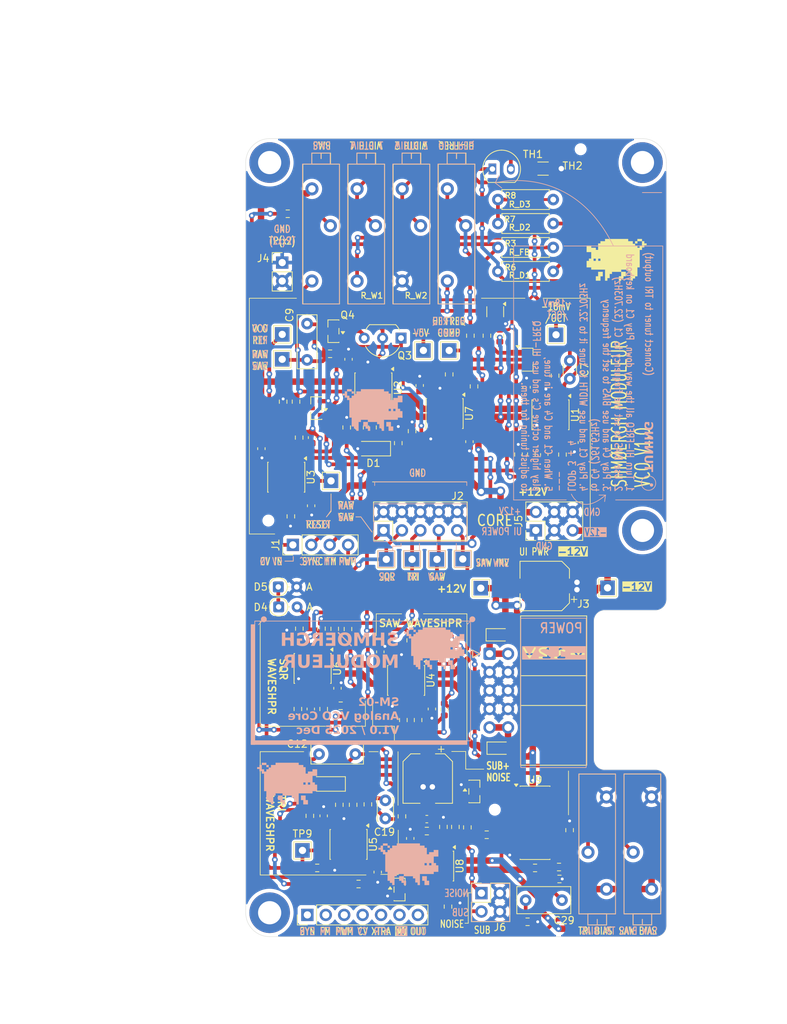
<source format=kicad_pcb>
(kicad_pcb (version 20241229) (generator "pcbnew") (generator_version "9.0")
  (layers (0 "F.Cu" signal) (2 "B.Cu" signal) (13 "F.Paste" user) (15 "B.Paste" user) (5 "F.SilkS" user "F.Silkscreen") (7 "B.SilkS" user "B.Silkscreen") (1 "F.Mask" user) (3 "B.Mask" user) (25 "Edge.Cuts" user))
  (net 0 "")
  (net 1 "GND")
  (net 2 "+12V")
  (net 3 "-12V")
  (net 4 "Net-(C7-Pad2)")
  (net 5 "CV")
  (net 6 "Net-(C8-Pad2)")
  (net 7 "/Raw oscillator/I_REF")
  (net 8 "Net-(Q1B-C2)")
  (net 9 "RAW_SAW")
  (net 10 "Net-(Q3-G)")
  (net 11 "Net-(U3-+)")
  (net 12 "Net-(C11-Pad1)")
  (net 13 "Net-(D1-K)")
  (net 14 "SAW_INV")
  (net 15 "Net-(D2-K)")
  (net 16 "TRI")
  (net 17 "Net-(U5A--)")
  (net 18 "Net-(U6B--)")
  (net 19 "SQR")
  (net 20 "SAW")
  (net 21 "Net-(D4-A)")
  (net 22 "Net-(D4-K)")
  (net 23 "FM")
  (net 24 "SQR_SHAPE")
  (net 25 "HARD_SYNC")
  (net 26 "Net-(Q1A-B1)")
  (net 27 "Net-(Q1A-E1)")
  (net 28 "Net-(Q2-E)")
  (net 29 "/Raw oscillator/HI_FREQ_COMP")
  (net 30 "Net-(Q2-B)")
  (net 31 "Net-(Q5-B)")
  (net 32 "Net-(Q5-C)")
  (net 33 "Net-(R1-Pad1)")
  (net 34 "Net-(R3-Pad2)")
  (net 35 "Net-(R6-Pad2)")
  (net 36 "Net-(R8-Pad2)")
  (net 37 "Net-(R12-Pad2)")
  (net 38 "Net-(U2B--)")
  (net 39 "Net-(U4A--)")
  (net 40 "Net-(R24-Pad2)")
  (net 41 "Net-(R28-Pad2)")
  (net 42 "Net-(U4B--)")
  (net 43 "Net-(R32-Pad2)")
  (net 44 "Net-(U6A-+)")
  (net 45 "Net-(R35-Pad1)")
  (net 46 "Net-(U7A--)")
  (net 47 "-5V")
  (net 48 "Net-(U3-BAL)")
  (net 49 "Net-(U7B--)")
  (net 50 "Net-(Q6-E)")
  (net 51 "Net-(U8A-+)")
  (net 52 "Net-(Q7-C)")
  (net 53 "Net-(Q7-B)")
  (net 54 "Net-(U8A--)")
  (net 55 "Net-(U9-Reset)")
  (net 56 "Net-(U9-Q0)")
  (net 57 "Net-(C19-Pad1)")
  (net 58 "Net-(U8B--)")
  (net 70 "NOISE")
  (net 71 "SUB")
  (net 72 "Net-(C20-Pad2)")
  (net 74 "Net-(R30-Pad1)")
  (net 75 "Net-(R43-Pad2)")
  (net 76 "Net-(U8B-+)")
  (net 77 "Net-(C29-Pad1)")
  (net 78 "Net-(D6-A)")
  (net 79 "Net-(D7-K)")
  (footprint "Potentiometer_THT:Potentiometer_Bourns_3006P_Horizontal" (layer "F.Cu") (at 139.355053 63.628185 -90)
    (property "Reference" "R_WIDTH1")
    (property "Value" "See t.comp. table")
  )
  (footprint "Resistor_SMD:R_0603_1608Metric" (layer "F.Cu") (at 131.368 85.2105 90)
    (property "Reference" "R19")
    (property "Value" "330k")
  )
  (footprint "Resistor_SMD:R_0603_1608Metric" (layer "F.Cu") (at 137.096 122.174)
    (property "Reference" "R53")
    (property "Value" "1k")
  )
  (footprint "Resistor_SMD:R_0603_1608Metric" (layer "F.Cu") (at 152.053 76.49972 -90)
    (property "Reference" "R39")
    (property "Value" "240k")
  )
  (footprint "Potentiometer_THT:Potentiometer_Bourns_3006P_Horizontal" (layer "F.Cu") (at 151.801053 63.628185 -90)
    (property "Reference" "R_HIFREQ1")
    (property "Value" "2k (prec)")
  )
  (footprint "Capacitor_SMD:C_0603_1608Metric" (layer "F.Cu") (at 147.989 78.02372 -90)
    (property "Reference" "C22")
    (property "Value" "100n")
  )
  (footprint "Resistor_SMD:R_1206_3216Metric_Pad1.30x1.75mm_HandSolder" (layer "F.Cu") (at 164.999 48.133)
    (property "Reference" "TH2")
    (property "Value" "PTS120602B100RP100")
  )
  (footprint "Resistor_SMD:R_0603_1608Metric" (layer "F.Cu") (at 155.482 78.15072 -90)
    (property "Reference" "R40")
    (property "Value" "100k")
  )
  (footprint "Capacitor_SMD:C_0603_1608Metric" (layer "F.Cu") (at 169.325 85.89072 -90)
    (property "Reference" "C5")
    (property "Value" "100n")
  )
  (footprint "Potentiometer_THT:Potentiometer_Bourns_3006P_Horizontal" (layer "F.Cu") (at 133.132053 63.628185 -90)
    (property "Reference" "R_BIAS1")
    (property "Value" "100k (prec)")
  )
  (footprint "Package_SO:SOIC-8_3.9x4.9mm_P1.27mm" (layer "F.Cu") (at 150.114 144.272 -90)
    (property "Reference" "U8")
    (property "Value" "TL072")
  )
  (footprint "Resistor_SMD:R_0603_1608Metric" (layer "F.Cu") (at 129.794 54.356 180)
    (property "Reference" "R1")
    (property "Value" "100k")
  )
  (footprint "Resistor_SMD:R_0603_1608Metric" (layer "F.Cu") (at 129.159 80.2575 -90)
    (property "Reference" "R18")
    (property "Value" "100k")
  )
  (footprint "Resistor_SMD:R_0603_1608Metric" (layer "F.Cu") (at 147.766 124.142 -90)
    (property "Reference" "R30")
    (property "Value" "100k")
  )
  (footprint "Resistor_SMD:R_0603_1608Metric" (layer "F.Cu") (at 163.894 144.526)
    (property "Reference" "R45")
    (property "Value" "47k")
  )
  (footprint "Resistor_SMD:R_0603_1608Metric" (layer "F.Cu") (at 163.384778 87.54172 90)
    (property "Reference" "R4")
    (property "Value" "1M")
  )
  (footprint "Resistor_SMD:R_0603_1608Metric" (layer "F.Cu") (at 148.401 113.093 90)
    (property "Reference" "R26")
    (property "Value" "27k")
  )
  (footprint "Resistor_SMD:R_0603_1608Metric" (layer "F.Cu") (at 167.674 87.54872 90)
    (property "Reference" "R9")
    (property "Value" "1.5k")
  )
  (footprint "Package_SO:SOIC-8_3.9x4.9mm_P1.27mm" (layer "F.Cu") (at 151.418 81.89572 -90)
    (property "Reference" "U7")
    (property "Value" "TL072")
  )
  (footprint "Connector_PinHeader_2.54mm:PinHeader_1x07_P2.54mm_Vertical" (layer "F.Cu") (at 132.5 151 90)
    (property "Reference" "J8")
    (property "Value" "Conn_01x07")
  )
  (footprint "Package_SO:SOIC-8_3.9x4.9mm_P1.27mm" (layer "F.Cu") (at 133.223 117.03 -90)
    (property "Reference" "U6")
    (property "Value" "TL072")
  )
  (footprint "Resistor_SMD:R_0603_1608Metric" (layer "F.Cu") (at 151.892 149.86 90)
    (property "Reference" "R55")
    (property "Value" "1k")
  )
  (footprint "Resistor_SMD:R_0603_1608Metric" (layer "F.Cu") (at 145.542 137.414 90)
    (property "Reference" "R52")
    (property "Value" "1k")
  )
  (footprint "Resistor_SMD:R_0603_1608Metric" (layer "F.Cu") (at 162.862 151.95 180)
    (property "Reference" "R56")
    (property "Value" "220k")
  )
  (footprint "Connector_PinHeader_2.54mm:PinHeader_2x03_P2.54mm_Vertical" (layer "F.Cu") (at 164 98 90)
    (property "Reference" "J5")
    (property "Value" "Conn_02x03_Odd_Even")
  )
  (footprint "Shmoergh_Custom_Footprints:R_Axial_DIN0207_L6.3mm_D2.5mm_P7.62mm_Horizontal" (layer "F.Cu") (at 158.776 62.3065)
    (property "Reference" "R6")
    (property "Value" "See t.comp. table")
  )
  (footprint "Resistor_SMD:R_0603_1608Metric" (layer "F.Cu") (at 139.557 146.743 180)
    (property "Reference" "R44")
    (property "Value" "220k")
  )
  (footprint "Resistor_SMD:R_0603_1608Metric" (layer "F.Cu") (at 134.747 122.618 -90)
    (property "Reference" "R38")
    (property "Value" "100k")
  )
  (footprint "Package_SO:SOIC-8_3.9x4.9mm_P1.27mm" (layer "F.Cu") (at 138.176 141.287 -90)
    (property "Reference" "U5")
    (property "Value" "TL072")
  )
  (footprint "MountingHole:MountingHole_3.2mm_M3_DIN965_Pad" (layer "F.Cu") (at 178.7 98)
    (property "Reference" "H2")
    (property "Value" "MountingHole")
  )
  (footprint "Resistor_SMD:R_0603_1608Metric" (layer "F.Cu") (at 148.971 139.446)
    (property "Reference" "R57")
    (property "Value" "100k")
  )
  (footprint "Capacitor_SMD:C_0603_1608Metric" (layer "F.Cu") (at 134.747 137.35 -90)
    (property "Reference" "C16")
    (property "Value" "100n")
  )
  (footprint "Capacitor_SMD:C_0603_1608Metric" (layer "F.Cu") (at 143.256 83.8265 -90)
    (property "Reference" "C11")
    (property "Value" "47p")
  )
  (footprint "Resistor_SMD:R_0603_1608Metric" (layer "F.Cu") (at 139.7 83.8135 90)
    (property "Reference" "R14")
    (property "Value" "10k")
  )
  (footprint "Package_TO_SOT_SMD:SOT-23" (layer "F.Cu") (at 155.5265 133.985)
    (property "Reference" "Q6")
    (property "Value" "BC847")
  )
  (footprint "Resistor_SMD:R_0603_1608Metric" (layer "F.Cu") (at 134.4422 111.5436 90)
    (property "Reference" "R34")
    (property "Value" "220k")
  )
  (footprint "Diode_THT:D_DO-34_SOD68_P2.54mm_Vertical_AnodeUp" (layer "F.Cu") (at 128.49153 105.791)
    (property "Reference" "D5")
    (property "Value" "5.1V")
  )
  (footprint "Package_SO:SOIC-8_3.9x4.9mm_P1.27mm" (layer "F.Cu") (at 166.023 82.06772 -90)
    (property "Reference" "U1")
    (property "Value" "TL072")
  )
  (footprint "Package_SO:SOIC-16_3.9x9.9mm_P1.27mm" (layer "F.Cu") (at 163.892 138.303)
    (property "Reference" "U9")
    (property "Value" "CD4040BM96")
  )
  (footprint "Diode_SMD:D_SOD-323" (layer "F.Cu") (at 158.877 128.016)
    (property "Reference" "D6")
    (property "Value" "1N5817")
  )
  (footprint "Capacitor_SMD:C_0603_1608Metric" (layer "F.Cu") (at 136.652 119.761 90)
    (property "Reference" "C13")
    (property "Value" "100n")
  )
  (footprint "Resistor_SMD:R_0603_1608Metric" (layer "F.Cu") (at 167.196 144.399)
    (property "Reference" "R47")
    (property "Value" "10k")
  )
  (footprint "Capacitor_SMD:C_0603_1608Metric" (layer "F.Cu") (at 133.146 85.2105 90)
    (property "Reference" "C10")
    (property "Value" "22p")
  )
  (footprint "Diode_SMD:D_SOD-123" (layer "F.Cu") (at 129.921 132.905)
    (property "Reference" "D3")
    (property "Value" "1N4148")
  )
  (footprint "Capacitor_SMD:C_0603_1608Metric" (layer "F.Cu") (at 149.671 122.618 -90)
    (property "Reference" "C17")
    (property "Value" "100n")
  )
  (footprint "MountingHole:MountingHole_3.2mm_M3_DIN965_Pad" (layer "F.Cu") (at 127.3 47.3)
    (property "Reference" "H1")
    (property "Value" "MountingHole")
  )
  (footprint "Resistor_SMD:R_0603_1608Metric" (layer "F.Cu") (at 167.259 146.05 180)
    (property "Reference" "R48")
    (property "Value" "56k")
  )
  (footprint "Shmoergh_Custom_Footprints:R_Axial_DIN0207_L6.3mm_D2.5mm_P7.62mm_Horizontal" (layer "F.Cu") (at 158.776 52.4005)
    (property "Reference" "R8")
    (property "Value" "See t.comp. table")
  )
  (footprint "Resistor_SMD:R_0603_1608Metric" (layer "F.Cu") (at 159.038 71.16572 90)
    (property "Reference" "R10")
    (property "Value" "1M")
  )
  (footprint "Resistor_SMD:R_0603_1608Metric" (layer "F.Cu") (at 157.226 139.954 180)
    (property "Reference" "R41")
    (property "Value" "100k")
  )
  (footprint "Package_TO_SOT_SMD:SOT-363_SC-70-6" (layer "F.Cu") (at 158.403 67.86372 -90)
    (property "Reference" "Q1")
    (property "Value" "BC847BS")
  )
  (footprint "Connector_PinHeader_2.54mm:PinHeader_2x05_P2.54mm_Vertical" (layer "F.Cu") (at 143 98 90)
    (property "Reference" "J2")
    (property "Value" "Conn_02x05_Odd_Even")
  )
  (footprint "Resistor_SMD:R_0603_1608Metric" (layer "F.Cu") (at 154.559 138.938 -90)
    (property "Reference" "R54")
    (property "Value" "1k")
  )
  (footprint "Capacitor_THT:C_Rect_L7.2mm_W3.5mm_P5.00mm_FKS2_FKP2_MKS2_MKP2" (layer "F.Cu") (at 167.6 148.971 180)
    (property "Reference" "C29")
    (property "Value" "470n")
  )
  (footprint "Resistor_SMD:R_0603_1608Metric" (layer "F.Cu") (at 146.939 84.3215 90)
    (property "Reference" "R22")
    (property "Value" "47k")
  )
  (footprint "Resistor_SMD:R_0603_1608Metric" (layer "F.Cu") (at 168.656 139.319 90)
    (property "Reference" "R46")
    (property "Value" "47k")
  )
  (footprint "Capacitor_SMD:C_0603_1608Metric" (layer "F.Cu") (at 148.971 137.795 180)
    (property "Reference" "C28")
    (property "Value" "1u")
  )
  (footprint "Resistor_SMD:R_0603_1608Metric" (layer "F.Cu") (at 166.658 76.66972 90)
    (property "Reference" "R2")
    (property "Value" "150k")
  )
  (footprint "Capacitor_SMD:C_0603_1608Metric" (layer "F.Cu") (at 145.034 82.2895 -90)
    (property "Reference" "C3")
    (property "Value" "100n")
  )
  (footprint "MountingHole:ToolingHole_1.152mm" (layer "F.Cu") (at 127.127 96.647)
    (property "Reference" "REF**" (hide yes))
    (property "Value" "ToolingHole_1.152mm")
  )
  (footprint "Package_TO_SOT_SMD:SOT-23_Handsoldering" (layer "F.Cu") (at 162.848 74.46772)
    (property "Reference" "Q2")
    (property "Value" "MMBT3906")
  )
  (footprint "Package_SO:SOIC-8_3.9x4.9mm_P1.27mm" (layer "F.Cu") (at 141.605 78.3525 -90)
    (property "Reference" "U2")
    (property "Value" "TL072")
  )
  (footprint "TestPoint:TestPoint_THTPad_2.0x2.0mm_Drill1.0mm" (layer "F.Cu") (at 129.032 74.4155)
    (property "Reference" "TP3")
    (property "Value" "RAW_SAW")
  )
  (footprint "TestPoint:TestPoint_THTPad_2.0x2.0mm_Drill1.0mm" (layer "F.Cu") (at 166.785 71.03872)
    (property "Reference" "TP1")
    (property "Value" "-18mV/V")
  )
  (footprint "Resistor_SMD:R_0603_1608Metric" (layer "F.Cu") (at 151.384 122.682 90)
    (property "Reference" "R50")
    (property "Value" "1k")
  )
  (footprint "Capacitor_SMD:C_0603_1608Metric" (layer "F.Cu") (at 146.685 140.462 -90)
    (property "Reference" "C27")
    (property "Value" "100n")
  )
  (footprint "Potentiometer_THT:Potentiometer_Bourns_3006P_Horizontal" (layer "F.Cu") (at 173.736 134.748327 90)
    (property "Reference" "RV_TRI_BIAS1")
    (property "Value" "100k (prec)")
  )
  (footprint "Resistor_SMD:R_0603_1608Metric" (layer "F.Cu") (at 131.3942 111.5436 90)
    (property "Reference" "R32")
    (property "Value" "47k")
  )
  (footprint "Resistor_SMD:R_0603_1608Metric" (layer "F.Cu") (at 161.606778 87.54172 -90)
    (property "Reference" "R5")
    (property "Value" "100k")
  )
  (footprint "TestPoint:TestPoint_THTPad_2.0x2.0mm_Drill1.0mm" (layer "F.Cu") (at 129.032 70.9865)
    (property "Reference" "TP4")
    (property "Value" "VCOVREF")
  )
  (footprint "Diode_THT:D_DO-34_SOD68_P2.54mm_Vertical_AnodeUp" (layer "F.Cu") (at 128.54233 108.5464)
    (property "Reference" "D4")
    (property "Value" "5.1V")
  )
  (footprint "Capacitor_SMD:C_0603_1608Metric" (layer "F.Cu") (at 129.667 113.093 -90)
    (property "Reference" "C14")
    (property "Value" "100n")
  )
  (footprint "Resistor_SMD:R_0603_1608Metric" (layer "F.Cu") (at 152.908 138.875 -90)
    (property "Reference" "R43")
    (property "Value" "100k")
  )
  (footprint "Capacitor_SMD:C_0603_1608Metric" (layer "F.Cu") (at 142.2 145.097 -90)
    (property "Reference" "C15")
    (property "Value" "100n")
  )
  (footprint "TestPoint:TestPoint_THTPad_2.0x2.0mm_Drill1.0mm" (layer "F.Cu") (at 146.939 101.992)
    (property "Reference" "TP8")
    (property "Value" "TRI")
  )
  (footprint "Resistor_SMD:R_0603_1608Metric" (layer "F.Cu") (at 137.922 83.8135 90)
    (property "Reference" "R13")
    (property "Value" "1M")
  )
  (footprint "Connector_PinHeader_2.54mm:PinHeader_1x02_P2.54mm_Vertical" (layer "F.Cu") (at 129.032 61.087)
    (property "Reference" "J4")
    (property "Value" "Conn_01x02")
  )
  (footprint "Capacitor_THT:C_Rect_L7.2mm_W2.5mm_P5.00mm_FKS2_FKP2_MKS2_MKP2" (layer "F.Cu") (at 132.461 69.5025 -90)
    (property "Reference" "C9")
    (property "Value" "2.2nF (foil)")
  )
  (footprint "Connector_PinHeader_2.54mm:PinHeader_2x02_P2.54mm_Vertical" (layer "F.Cu") (at 156.5 148)
    (property "Reference" "J6")
    (property "Value" "Conn_02x02_Counter_Clockwise")
  )
  (footprint "Capacitor_SMD:C_0603_1608Metric" (layer "F.Cu") (at 138.176 74.4155 -90)
    (property "Reference" "C4")
    (property "Value" "100n")
  )
  (footprint "Diode_SMD:D_SOD-123" (layer "F.Cu") (at 135.382 132.953 180)
    (property "Reference" "D2")
    (property "Value" "1N4148")
  )
  (footprint "Shmoergh_Logo:Gyeszno" (layer "F.Cu") (at 175.133 60.706)
    (property "Reference" "G***" (hide yes))
    (property "Value" "LOGO" (hide yes))
  )
  (footprint "Capacitor_THT:C_Disc_D3.0mm_W2.0mm_P2.50mm" (layer "F.Cu") (at 143.256 137.711 90)
    (property "Reference" "C19")
    (property "Value" "22p")
  )
  (footprint "Package_SO:SOIC-8_3.9x4.9mm_P1.27mm" (layer "F.Cu") (at 146.115 118.681 -90)
    (property "Reference" "U4")
    (property "Value" "TL072")
  )
  (footprint "Capacitor_THT:C_Disc_D3.0mm_W1.6mm_P2.50mm" (layer "F.Cu") (at 168.69 74.59472 -90)
    (property "Reference" "C7")
    (property "Value" "100p-1n")
  )
  (footprint "Capacitor_SMD:C_0603_1608Metric" (layer "F.Cu") (at 154.847 85.77072 -90)
    (property "Reference" "C21")
    (property "Value" "100n")
  )
  (footprint "Resistor_SMD:R_0603_1608Metric" (layer "F.Cu") (at 140.843 135.763 90)
    (property "Reference" "R31")
    (property "Value" "220k")
  )
  (footprint "Resistor_SMD:R_0603_1608Metric" (layer "F.Cu") (at 150.179 113.093 -90)
    (property "Reference" "R24")
    (property "Value" "15k")
  )
  (footprint "Resistor_SMD:R_0603_1608Metric" (layer "F.Cu") (at 136.271 111.569 90)
    (property "Reference" "R35")
    (property "Value" "2.2M")
  )
  (footprint "TestPoint:TestPoint_THTPad_2.0x2.0mm_Drill1.0mm" (layer "F.Cu") (at 148.497 73.19772)
    (property "Reference" "TP11")
    (property "Value" "-5V")
  )
  (footprint "Resistor_SMD:R_0603_1608Metric" (layer "F.Cu") (at 154.974 71.16572 90)
    (property "Reference" "R12")
    (property "Value" "510")
  )
  (footprint "Package_TO_SOT_SMD:SOT-23" (layer "F.Cu") (at 145.209 147.505)
    (property "Reference" "Q7")
    (property "Value" "MMBT5551")
  )
  (footprint "Capacitor_THT:C_Rect_L7.0mm_W2.5mm_P5.00mm" (layer "F.Cu") (at 134.112 128.836)
    (property "Reference" "C12")
    (property "Value" "10p-100p")
  )
  (footprint "TestPoint:TestPoint_THTPad_2.0x2.0mm_Drill1.0mm" (layer "F.Cu") (at 156.4132 105.9688)
    (property "Reference" "TP12")
    (property "Value" "12V")
  )
  (footprint "Capacitor_SMD:C_0603_1608Metric" (layer "F.Cu") (at 165.162778 87.54172 -90)
    (property "Reference" "C8")
    (property "Value" "100p")
  )
  (footprint "Capacitor_SMD:C_0603_1608Metric" (layer "F.Cu") (at 126.161 86.7345 90)
    (property "Reference" "C2")
    (property "Value" "100n")
  )
  (footprint "Capacitor_SMD:C_0603_1608Metric" (layer "F.Cu") (at 153.543 148.082 -90)
    (property "Reference" "C26")
    (property "Value" "100n")
  )
  (footprint "Resistor_SMD:R_0603_1608Metric" (layer "F.Cu") (at 145.034 85.9725 90)
    (property "Reference" "R21")
    (property "Value" "100k")
  )
  (footprint "Diode_SMD:D_SOD-123" (layer "F.Cu") (at 141.605 86.7345 180)
    (property "Reference" "D1")
    (property "Value" "1N4148")
  )
  (footprint "Package_SO:SOIC-8_3.9x4.9mm_P1.27mm" (layer "F.Cu") (at 129.59 90.6715 -90)
    (property "Reference" "U3")
    (property "Value" "LM311")
  )
  (footprint "Package_TO_SOT_SMD:SOT-23" (layer "F.Cu") (at 136.0955 70.5445 180)
    (property "Reference" "Q4")
    (property "Value" "MMBFJ111")
  )
  (footprint "Potentiometer_THT:Potentiometer_Bourns_3006P_Horizontal" (layer "F.Cu") (at 179.959 134.739327 90)
    (property "Reference" "RV_SAW_BIAS1")
    (property "Value" "10k (prec)")
  )
  (footprint "MountingHole:MountingHole_3.2mm_M3_DIN965_Pad" (layer "F.Cu") (at 178.7 47.3)
    (property "Reference" "H4")
    (property "Value" "MountingHole")
  )
  (footprint "TestPoint:TestPoint_THTPad_2.0x2.0mm_Drill1.0mm" (layer "F.Cu") (at 153.924 101.952)
    (property "Reference" "TP6")
    (property "Value" "SAWInv")
  )
  (footprint "Resistor_SMD:R_0603_1608Metric" (layer "F.Cu") (at 146.75 113.157 90)
    (property "Reference" "R23")
    (property "Value" "15k")
  )
  (footprint "TestPoint:TestPoint_THTPad_2.0x2.0mm_Drill1.0mm" (layer "F.Cu") (at 173.8884 105.918)
    (property "Reference" "TP13")
    (property "Value" "-12V")
  )
  (footprint "MountingHole:ToolingHole_1.152mm" (layer "F.Cu") (at 170.18 45.466)
    (property "Reference" "REF**" (hide yes))
    (property "Value" "ToolingHole_1.152mm")
  )
  (footprint "TestPoint:TestPoint_THTPad_2.0x2.0mm_Drill1.0mm" (layer "F.Cu") (at 135.763 91.1795)
    (property "Reference" "TP5")
    (property "Value" "Reset OUT")
  )
  (footprint "Resistor_SMD:R_0603_1608Metric" (layer "F.Cu") (at 141.478 83.8135 -90)
    (property "Reference" "R15")
    (property "Value" "100k")
  )
  (footprint "Shmoergh_Custom_Footprints:R_Axial_DIN0207_L6.3mm_D2.5mm_P7.62mm_Horizontal" (layer "F.Cu") (at 158.776 59.0045)
    (property "Reference" "R3")
    (property "Value" "See t.comp. table")
  )
  (footprint "Connector_IDC:IDC-Header_2x05_P2.54mm_Horizontal" (layer "F.Cu") (at 157.6245 115)
    (property "Reference" "J3")
    (property "Value" "Conn_02x05_Odd_Even")
  )
  (footprint "Resistor_SMD:R_0603_1608Metric" (layer "F.Cu") (at 130.937 80.2575 90)
    (property "Reference" "R17")
    (property "Value" "150k")
  )
  (footprint "MountingHole:ToolingHole_1.152mm" (layer "F.Cu") (at 158.3436 136.4996)
    (property "Reference" "REF**" (hide yes))
    (property "Value" "ToolingHole_1.152mm")
  )
  (footprint "Resistor_SMD:R_0603_1608Metric" (layer "F.Cu") (at 133.858 144.526 180)
    (property "Reference" "R37")
    (property "Value" "100k")
  )
  (footprint "Capacitor_SMD:C_0603_1608Metric" (layer "F.Cu") (at 142.559 114.744 -90)
    (property "Reference" "C18")
    (property "Value" "100n")
  )
  (footprint "TestPoint:TestPoint_THTPad_2.0x2.0mm_Drill1.0mm" (layer "F.Cu") (at 152.053 73.19772)
    (property "Reference" "TP2")
    (property "Value" "HiFreq")
  )
  (footprint "TestPoint:TestPoint_THTPad_2.0x2.0mm_Drill1.0mm" (layer "F.Cu") (at 131.826 142.113)
    (property "Reference" "TP9")
    (property "Value" "PW")
  )
  (footprint "Capacitor_SMD:C_0603_1608Metric" (layer "F.Cu") (at 162.721 78.27072 -90)
    (property "Reference" "C6")
    (property "Value" "100n")
  )
  (footprint "Resistor_SMD:R_0603_1608Metric" (layer "F.Cu") (at 131.191 122.618 -90)
    (property "Reference" "R36")
    (property "Value" "240k")
  )
  (footprint "Capacitor_SMD:CP_Elec_6.3x7.7" (layer "F.Cu") (at 165.227 105.664 180)
    (property "Reference" "C24")
    (property "Value" "100u")
  )
  (footprint "Resistor_SMD:R_0603_1608Metric" (layer "F.Cu") (at 135.636 73.6535)
    (property "Reference" "R16")
    (property "Value" "22k")
  )
  (footprint "Package_TO_SOT_SMD:SOT-23" (layer "F.Cu") (at 133.731 81.1465 180)
    (property "Reference" "Q5")
    (property "Value" "MMBT5551")
  )
  (footprint "Capacitor_SMD:CP_Elec_6.3x7.7" (layer "F.Cu") (at 149.098 132.207 -90)
    (property "Reference" "C23")
    (property "Value" "100u")
  )
  (footprint "TestPoint:TestPoint_THTPad_2.0x2.0mm_Drill1.0mm" (layer "F.Cu") (at 150.368 101.992)
    (property "Reference" "TP7")
    (property "Value" "SAW")
  )
  (footprint "MountingHole:MountingHole_3.2mm_M3_DIN965_Pad" (layer "F.Cu") (at 127.3 150.7)
    (property "Reference" "H3")
    (property "Value" "MountingHole")
  )
  (footprint "Shmoergh_Custom_Footprints:R_Axial_DIN0207_L6.3mm_D2.5mm_P7.62mm_Horizontal" (layer "F.Cu") (at 166.396 55.7025 180)
    (property "Reference" "R7")
    (property "Value" "See t.comp. table")
  )
  (footprint "Capacitor_SMD:C_0603_1608Metric" (layer "F.Cu") (at 133.019 94.6085 -90)
    (property "Reference" "C1")
    (property "Value" "100n")
  )
  (footprint "Resistor_SMD:R_0603_1608Metric" (layer "F.Cu") (at 136.906 135.826 90)
    (property "Reference" "R27")
    (property "Value" "100k")
  )
  (footprint "Connector_PinHeader_2.54mm:PinHeader_1x04_P2.54mm_Vertical" (layer "F.Cu") (at 130.5 100 90)
    (property "Reference" "J1")
    (property "Value" "Conn_01x04")
  )
  (footprint "Capacitor_SMD:C_0603_1608Metric" (layer "F.Cu") (at 132.969 122.618 90)
    (property "Reference" "C20")
    (property "Value" "33p")
  )
  (footprint "Resistor_SMD:R_0603_1608Metric" (layer "F.Cu") (at 157.26 71.16572 -90)
    (property "Reference" "R11")
    (property "Value" "1.5k")
  )
  (footprint "Diode_SMD:D_SOD-323" (layer "F.Cu") (at 158.75 112.395)
    (property "Reference" "D7")
    (property "Value" "1N5817")
  )
  (footprint "Package_TO_SOT_THT:TO-92-2" (layer "F.Cu") (at 158.014 48.1885)
    (property "Reference" "TH1")
    (property "Value" "See t.comp. table")
  )
  (footprint "Resistor_SMD:R_0603_1608Metric" (layer "F.Cu") (at 132.842 137.35 -90)
    (property "Reference" "R25")
    (property "Value" "100k")
  )
  (footprint "Resistor_SMD:R_0603_1608Metric" (layer "F.Cu") (at 138.0998 111.5944 90)
    (property "Reference" "R33")
    (property "Value" "2.2k")
  )
  (footprint "Resistor_SMD:R_0603_1608Metric" (layer "F.Cu") (at 151.257 138.874 -90)
    (property "Reference" "R42")
    (property "Value" "680")
  )
  (footprint "Resistor_SMD:R_0603_1608Metric" (layer "F.Cu") (at 145.734 124.142 -90)
    (property "Reference" "R29")
    (property "Value" "100k")
  )
  (footprint "Resistor_SMD:R_0603_1608Metric" (layer "F.Cu") (at 138.811 135.826 90)
    (property "Reference" "R28")
    (property "Value" "100k")
  )
  (footprint "Package_TO_SOT_THT:TO-92_Inline_Wide" (layer "F.Cu") (at 145.415 71.4945 180)
    (property "Reference" "Q3")
    (property "Value" "J111")
  )
  (footprint "Potentiometer_THT:Potentiometer_Bourns_3006P_Horizontal" (layer "F.Cu") (at 145.578053 63.628185 -90)
    (property "Reference" "R_WIDTH2")
    (property "Value" "See t.comp. table")
  )
  (footprint "TestPoint:TestPoint_THTPad_2.0x2.0mm_Drill1.0mm" (layer "F.Cu") (at 143.383 101.992)
    (property "Reference" "TP10")
    (property "Value" "SQR")
  )
  (footprint "Resistor_SMD:R_0603_1608Metric" (layer "F.Cu") (at 130.225 96.0685 -90)
    (property "Reference" "R20")
    (property "Value" "2.2k")
  )
  (footprint "Shmoergh_Logo:Gyeszno" (layer "B.Cu") (at 141.478 81.407 180)
    (property "Reference" "G***" (hide yes))
    (property "Value" "LOGO" (hide yes))
  )
  (footprint "Shmoergh_Logo:Gyeszno" (layer "B.Cu") (at 146.431 144.018 180)
    (property "Reference" "G***" (hide yes))
    (property "Value" "LOGO" (hide yes))
  )
  (footprint "Shmoergh_Logo:Gyeszno" (layer "B.Cu") (at 150 114.267 180)
    (property "Reference" "G***" (hide yes))
    (property "Value" "LOGO" (hide yes))
  )
  (footprint "Shmoergh_Logo:Gyeszno" (layer "B.Cu") (at 129.715 132.9 180)
    (property "Reference" "G***" (hide yes))
    (property "Value" "LOGO" (hide yes))
  )
  (gr_line (start 126 128.5) (end 126 145.5) (stroke (width 0.1)) (layer "F.SilkS"))
  (gr_line (start 139.875295 96.139) (end 141.399 98.2) (stroke (width 0.1)) (layer "F.SilkS"))
  (gr_line (start 126 125) (end 126 110.5) (stroke (width 0.1)) (layer "F.SilkS"))
  (gr_line (start 139.192 96.139) (end 139.875295 96.139) (stroke (width 0.1)) (layer "F.SilkS"))
  (gr_line (start 140.5 125) (end 140.5 121.5) (stroke (width 0.1)) (layer "F.SilkS"))
  (gr_line (start 154.686 152.146) (end 154.686 147.955) (stroke (width 0.1)) (layer "F.SilkS"))
  (gr_line (start 154.3304 128.4732) (end 154.3304 130.9116) (stroke (width 0.1)) (layer "F.SilkS"))
  (gr_line (start 141.478 91.313) (end 154.432 91.313) (stroke (width 0.1)) (layer "F.SilkS"))
  (gr_line (start 168.5036 131.1656) (end 168.5036 137.2108) (stroke (width 0.1)) (layer "F.SilkS"))
  (gr_line (start 128 98.5) (end 124.5 98.5) (stroke (width 0.1)) (layer "F.SilkS"))
  (gr_line (start 135.763 95.377) (end 135.128 96.139) (stroke (width 0.1)) (layer "F.SilkS"))
  (gr_line (start 144.5 125) (end 144.5 127) (stroke (width 0.1)) (layer "F.SilkS"))
  (gr_line (start 124.5 66) (end 131 66) (stroke (width 0.1)) (layer "F.SilkS"))
  (gr_line (start 152.4 128.4732) (end 154.3304 128.4732) (stroke (width 0.1)) (layer "F.SilkS"))
  (gr_line (start 154.686 152.146) (end 154.2288 152.146) (stroke (width 0.1)) (layer "F.SilkS"))
  (gr_line (start 171.5 66) (end 171.5 98.5) (stroke (width 0.1)) (layer "F.SilkS"))
  (gr_line (start 145.034 145.415) (end 142.621 145.415) (stroke (width 0.1)) (layer "F.SilkS"))
  (gr_line (start 154.5 109.5) (end 148.5 109.5) (stroke (width 0.1)) (layer "F.SilkS"))
  (gr_line (start 144.5 127) (end 154.5 127) (stroke (width 0.1)) (layer "F.SilkS"))
  (gr_line (start 145.5 109.5) (end 142 109.5) (stroke (width 0.1)) (layer "F.SilkS"))
  (gr_line (start 154.5 127) (end 154.5 109.5) (stroke (width 0.1)) (layer "F.SilkS"))
  (gr_line (start 141.5 125) (end 141.5 121.5) (stroke (width 0.1)) (layer "F.SilkS"))
  (gr_line (start 126 145.5) (end 140.589 145.5) (stroke (width 0.1)) (layer "F.SilkS"))
  (gr_line (start 165 66) (end 171.5 66) (stroke (width 0.1)) (layer "F.SilkS"))
  (gr_line (start 141 128.5) (end 142.25 128.5) (stroke (width 0.1)) (layer "F.SilkS"))
  (gr_line (start 142 109.5) (end 142 112.5) (stroke (width 0.1)) (layer "F.SilkS"))
  (gr_line (start 132 128.5) (end 126 128.5) (stroke (width 0.1)) (layer "F.SilkS"))
  (gr_line (start 129.413 102.235) (end 130.556 102.235) (stroke (width 0.1)) (layer "F.SilkS"))
  (gr_line (start 135.763 92.964) (end 135.763 95.377) (stroke (width 0.1)) (layer "F.SilkS"))
  (gr_line (start 137.5 125) (end 140.5 125) (stroke (width 0.1)) (layer "F.SilkS"))
  (gr_line (start 130.556 102.235) (end 130.556 101.6) (stroke (width 0.1)) (layer "F.SilkS"))
  (gr_line (start 135 125) (end 126 125) (stroke (width 0.1)) (layer "F.SilkS"))
  (gr_line (start 145 128.5) (end 145 135.89) (stroke (width 0.1)) (layer "F.SilkS"))
  (gr_line (start 124.5 98.5) (end 124.5 66) (stroke (width 0.1)) (layer "F.SilkS"))
  (gr_line (start 156.5 66) (end 162.5 66) (stroke (width 0.1)) (layer "F.SilkS"))
  (gr_line (start 145.034 139.319) (end 145.034 145.415) (stroke (width 0.1)) (layer "F.SilkS"))
  (gr_line (start 154.988 147.955) (end 154.686 147.955) (stroke (width 0.1)) (layer "F.SilkS"))
  (gr_line (start 141.5 125) (end 144.5 125) (stroke (width 0.1)) (layer "F.SilkS"))
  (gr_line (start 154.3304 130.9116) (end 156.8196 130.9116) (stroke (width 0.1)) (layer "F.SilkS"))
  (gr_rect (start 161.925 110.109) (end 170.942 130.683) (stroke (width 0.1)) (fill no) (layer "B.SilkS"))
  (gr_line (start 125.75 111) (end 126.5 110.25) (stroke (width 0.1)) (layer "B.SilkS"))
  (gr_line (start 145.415 99.793) (end 145.415 100.174) (stroke (width 0.1)) (layer "B.SilkS"))
  (gr_line (start 154.48 91.821) (end 154.48 91.313) (stroke (width 0.1)) (layer "B.SilkS"))
  (gr_line (start 144.272 100.174) (end 144.272 100.809) (stroke (width 0.1)) (layer "B.SilkS"))
  (gr_curve (pts (xy 173.609 93.138) (xy 170.2 96.1) (xy 168.9 93) (xy 168.9 93)) (stroke (width 0.1)) (layer "B.SilkS"))
  (gr_rect (start 139.319 45.974) (end 141.859 47.498) (stroke (width 0.1)) (fill no) (layer "B.SilkS"))
  (gr_rect (start 177.419 150.876) (end 179.959 152.4) (stroke (width 0.1)) (fill no) (layer "B.SilkS"))
  (gr_line (start 158.4 50.1) (end 159.3 50.8) (stroke (width 0.1)) (layer "B.SilkS"))
  (gr_line (start 167.9 58.8) (end 181.5 58.8) (stroke (width 0.1)) (layer "B.SilkS"))
  (gr_rect (start 141.653 94.332) (end 154.48 99.539) (stroke (width 0.1)) (fill no) (layer "B.SilkS"))
  (gr_rect (start 124.75 127) (end 154.5 127.5) (stroke (width 0.1)) (fill yes) (layer "B.SilkS"))
  (gr_rect (start 151.765 45.974) (end 154.305 47.498) (stroke (width 0.1)) (fill no) (layer "B.SilkS"))
  (gr_line (start 154.5 111) (end 155.25 110.25) (stroke (width 0.1)) (layer "B.SilkS"))
  (gr_rect (start 149.225 100.809) (end 151.511 103.095) (stroke (width 0.1)) (fill no) (layer "B.SilkS"))
  (gr_rect (start 152.781 100.809) (end 155.067 103.095) (stroke (width 0.1)) (fill no) (layer "B.SilkS"))
  (gr_line (start 139.192 96.139) (end 139.875 96.139) (stroke (width 0.1)) (layer "B.SilkS"))
  (gr_rect (start 133.096 45.974) (end 135.636 47.498) (stroke (width 0.1)) (fill no) (layer "B.SilkS"))
  (gr_line (start 155.321 114.554) (end 156.337 115.062) (stroke (width 0.1)) (layer "B.SilkS"))
  (gr_rect (start 176.149 131.572) (end 181.229 150.876) (stroke (width 0.1)) (fill no) (layer "B.SilkS"))
  (gr_line (start 155.321 115.57) (end 155.321 114.554) (stroke (width 0.1)) (layer "B.SilkS"))
  (gr_line (start 160.9344 93.8) (end 160.9344 58.8) (stroke (width 0.1)) (layer "B.SilkS"))
  (gr_rect (start 144.272 47.498) (end 149.352 66.802) (stroke (width 0.1)) (fill no) (layer "B.SilkS"))
  (gr_rect (start 142.24 100.809) (end 144.526 103.095) (stroke (width 0.1)) (fill no) (layer "B.SilkS"))
  (gr_line (start 141.78 91.313) (end 141.78 91.821) (stroke (width 0.1)) (layer "B.SilkS"))
  (gr_line (start 134.366 45.974) (end 134.366 46.736) (stroke (width 0.1)) (layer "B.SilkS"))
  (gr_line (start 165.3 58.8) (end 160.9344 58.8) (stroke (width 0.1)) (layer "B.SilkS"))
  (gr_circle (center 179.943 91.741) (end 179.816 91.868) (stroke (width 0.1)) (fill yes) (layer "B.SilkS"))
  (gr_rect (start 155.1785 146.685) (end 160.3855 151.892) (stroke (width 0.1)) (fill no) (layer "B.SilkS"))
  (gr_rect (start 171.196 150.876) (end 173.736 152.4) (stroke (width 0.1)) (fill no) (layer "B.SilkS"))
  (gr_circle (center 126.5 110.25) (end 126.25 110) (stroke (width 0.1)) (fill yes) (layer "B.SilkS"))
  (gr_line (start 150.368 99.793) (end 150.368 100.809) (stroke (width 0.1)) (layer "B.SilkS"))
  (gr_rect (start 138.049 47.498) (end 143.129 66.802) (stroke (width 0.1)) (fill no) (layer "B.SilkS"))
  (gr_curve (pts (xy 174.7 58.8) (xy 169 47.2) (xy 158.4 50.1) (xy 158.4 50.1)) (stroke (width 0.1)) (layer "B.SilkS"))
  (gr_line (start 172.466 152.4) (end 172.466 151.638) (stroke (width 0.1)) (layer "B.SilkS"))
  (gr_rect (start 131.826 47.498) (end 136.906 66.802) (stroke (width 0.1)) (fill no) (layer "B.SilkS"))
  (gr_line (start 153.035 45.974) (end 153.035 46.736) (stroke (width 0.1)) (layer "B.SilkS"))
  (gr_line (start 135.763 95.25) (end 135.763 93.091) (stroke (width 0.1)) (layer "B.SilkS"))
  (gr_line (start 158.4 50.1) (end 158.9 49.1) (stroke (width 0.1)) (layer "B.SilkS"))
  (gr_circle (center 179.537902 91.487) (end 178.902902 90.725) (stroke (width 0.1)) (fill no) (layer "B.SilkS"))
  (gr_rect (start 145.542 45.974) (end 148.082 47.498) (stroke (width 0.1)) (fill no) (layer "B.SilkS"))
  (gr_line (start 153.035 99.793) (end 153.035 100.809) (stroke (width 0.1)) (layer "B.SilkS"))
  (gr_line (start 147.955 99.793) (end 147.955 100.809) (stroke (width 0.1)) (layer "B.SilkS"))
  (gr_circle (center 155.25 110.25) (end 155 110) (stroke (width 0.1)) (fill yes) (layer "B.SilkS"))
  (gr_line (start 140.589 45.974) (end 140.589 46.736) (stroke (width 0.1)) (layer "B.SilkS"))
  (gr_line (start 129.413 102.235) (end 130.556 102.235) (stroke (width 0.1)) (layer "B.SilkS"))
  (gr_rect (start 125.25 110.5) (end 155 127) (stroke (width 0.1)) (fill no) (layer "B.SilkS"))
  (gr_line (start 145.415 100.174) (end 144.272 100.174) (stroke (width 0.1)) (layer "B.SilkS"))
  (gr_line (start 181.5 58.8) (end 181.5 93.8) (stroke (width 0.1)) (layer "B.SilkS"))
  (gr_rect (start 145.796 100.809) (end 148.082 103.095) (stroke (width 0.1)) (fill no) (layer "B.SilkS"))
  (gr_line (start 130.556 102.235) (end 130.556 101.6) (stroke (width 0.1)) (layer "B.SilkS"))
  (gr_line (start 181.5 93.8) (end 175 93.8) (stroke (width 0.1)) (layer "B.SilkS"))
  (gr_line (start 178.689 152.4) (end 178.689 151.638) (stroke (width 0.1)) (layer "B.SilkS"))
  (gr_line (start 181.356 51.435) (end 178.689 51.435) (stroke (width 0.1)) (layer "B.SilkS"))
  (gr_rect (start 150.495 47.498) (end 155.575 66.802) (stroke (width 0.1)) (fill no) (layer "B.SilkS"))
  (gr_rect (start 124.75 111) (end 125.25 127.5) (stroke (width 0.1)) (fill yes) (layer "B.SilkS"))
  (gr_line (start 135.128 96.139) (end 135.763 95.25) (stroke (width 0.1)) (layer "B.SilkS"))
  (gr_line (start 173.609 93.138) (end 172.72 93.138) (stroke (width 0.1)) (layer "B.SilkS"))
  (gr_line (start 156.337 115.062) (end 155.321 115.57) (stroke (width 0.1)) (layer "B.SilkS"))
  (gr_line (start 168.1988 93.8) (end 160.9344 93.8) (stroke (width 0.1)) (layer "B.SilkS"))
  (gr_rect (start 169.926 131.572) (end 175.006 150.876) (stroke (width 0.1)) (fill no) (layer "B.SilkS"))
  (gr_line (start 146.812 45.974) (end 146.812 46.736) (stroke (width 0.1)) (layer "B.SilkS"))
  (gr_line (start 154.48 91.313) (end 141.78 91.313) (stroke (width 0.1)) (layer "B.SilkS"))
  (gr_line (start 173.609 93.138) (end 173.482 94.027) (stroke (width 0.1)) (layer "B.SilkS"))
  (gr_line (start 139.875 96.139) (end 141.399 98.229) (stroke (width 0.1)) (layer "B.SilkS"))
  (gr_line (start 173.5 109) (end 180.5 109) (stroke (width 0.05)) (layer "Edge.Cuts"))
  (gr_arc (start 178.7 44) (mid 181.033452 44.966548) (end 182 47.3) (stroke (width 0.05)) (layer "Edge.Cuts"))
  (gr_arc (start 172 110.5) (mid 172.43934 109.43934) (end 173.5 109) (stroke (width 0.05)) (layer "Edge.Cuts"))
  (gr_line (start 127.3 44) (end 178.7 44) (stroke (width 0.05)) (layer "Edge.Cuts"))
  (gr_line (start 172 129.5) (end 172 110.5) (stroke (width 0.05)) (layer "Edge.Cuts"))
  (gr_line (start 180.5 131) (end 173.5 131) (stroke (width 0.05)) (layer "Edge.Cuts"))
  (gr_arc (start 127.3 154) (mid 124.966548 153.033452) (end 124 150.7) (stroke (width 0.05)) (layer "Edge.Cuts"))
  (gr_line (start 180.5 154) (end 127.3 154) (stroke (width 0.05)) (layer "Edge.Cuts"))
  (gr_line (start 182 107.5) (end 182 47.3) (stroke (width 0.05)) (layer "Edge.Cuts"))
  (gr_arc (start 124 47.3) (mid 124.966548 44.966548) (end 127.3 44) (stroke (width 0.05)) (layer "Edge.Cuts"))
  (gr_arc (start 182 152.5) (mid 181.56066 153.56066) (end 180.5 154) (stroke (width 0.05)) (layer "Edge.Cuts"))
  (gr_line (start 124 150.7) (end 124 47.3) (stroke (width 0.05)) (layer "Edge.Cuts"))
  (gr_arc (start 180.5 131) (mid 181.56066 131.43934) (end 182 132.5) (stroke (width 0.05)) (layer "Edge.Cuts"))
  (gr_arc (start 173.5 131) (mid 172.43934 130.56066) (end 172 129.5) (stroke (width 0.05)) (layer "Edge.Cuts"))
  (gr_line (start 182 132.5) (end 182 152.5) (stroke (width 0.05)) (layer "Edge.Cuts"))
  (gr_arc (start 182 107.5) (mid 181.56066 108.56066) (end 180.5 109) (stroke (width 0.05)) (layer "Edge.Cuts"))
  (gr_text "+12V" (at 150.2664 106.6292 0) (layer "F.SilkS") (effects (font (size 1 1) (thickness 0.2) (bold yes)) (justify left bottom)))
  (gr_text "XTRA" (at 142.669 153.855 0) (layer "F.SilkS") (effects (font (size 1 0.75) (thickness 0.15) (bold yes)) (justify bottom)))
  (gr_text "RAW\nSAW" (at 125.984 75.946 0) (layer "F.SilkS") (effects (font (size 1 0.75) (thickness 0.15) (bold yes)) (justify bottom)))
  (gr_text "NOISE" (at 152.448 152.839 0) (layer "F.SilkS") (effects (font (size 1 0.75) (thickness 0.15) (bold yes)) (justify bottom)))
  (gr_text "VCO\nREF" (at 125.984 72.39 0) (layer "F.SilkS") (effects (font (size 1 0.75) (thickness 0.15) (bold yes)) (justify bottom)))
  (gr_text "BIAS" (at 134.493 44.323 180) (layer "F.SilkS") (effects (font (size 1 0.75) (thickness 0.15) (bold yes)) (justify bottom)))
  (gr_text "RAW\nSAW" (at 139.065 96.774 0) (layer "F.SilkS") (effects (font (size 1 0.75) (thickness 0.15) (bold yes)) (justify right bottom)))
  (gr_text "R_W1" (at 139.748 66.098 0) (layer "F.SilkS") (effects (font (size 0.8 0.8) (thickness 0.15) (bold yes)) (justify left bottom)))
  (gr_text "SAW INV" (at 155.623 103.055 0) (layer "F.SilkS") (effects (font (size 1 0.75) (thickness 0.15) (bold yes)) (justify left bottom)))
  (gr_text "-5V" (at 148.082 71.374 0) (layer "F.SilkS") (effects (font (size 1 0.75) (thickness 0.15) (bold yes)) (justify bottom)))
  (gr_text "GND\nTP(x2)" (at 129.032 58.674 0) (layer "F.SilkS") (effects (font (size 1 0.75) (thickness 0.15) (bold yes)) (justify bottom)))
  (gr_text "SHMØERGH MODULEUR\nVCO V1.0" (at 179.9 92.2 90) (layer "F.SilkS") (effects (font (size 2 1.2) (thickness 0.2) (bold yes)) (justify left bottom)))
  (gr_text "TRI" (at 146.177 105 0) (layer "F.SilkS") (effects (font (size 1 0.75) (thickness 0.15) (bold yes)) (justify left bottom)))
  (gr_text "R_D1" (at 160.195 63.304 0) (layer "F.SilkS") (effects (font (size 0.8 0.8) (thickness 0.15) (bold yes)) (justify left bottom)))
  (gr_text "SQR" (at 142.24 105 0) (layer "F.SilkS") (effects (font (size 1 0.75) (thickness 0.15) (bold yes)) (justify left bottom)))
  (gr_text "SYNC" (at 133.223 102.87 0) (layer "F.SilkS") (effects (font (size 1 0.75) (thickness 0.15) (bold yes)) (justify bottom)))
  (gr_text "FM" (at 134.9728 153.855 0) (layer "F.SilkS") (effects (font (size 1 0.75) (thickness 0.15) (bold yes)) (justify bottom)))
  (gr_text "HI-FREQ" (at 153.035 44.323 180) (layer "F.SilkS") (effects (font (size 1 0.75) (thickness 0.15) (bold yes)) (justify bottom)))
  (gr_text "SYN" (at 132.509 153.855 0) (layer "F.SilkS") (effects (font (size 1 0.75) (thickness 0.15) (bold yes)) (justify bottom)))
  (gr_text "CV" (at 140.129 153.855 0) (layer "F.SilkS") (effects (font (size 1 0.75) (thickness 0.15) (bold yes)) (justify bottom)))
  (gr_text "FM" (at 135.763 102.87 0) (layer "F.SilkS") (effects (font (size 1 0.75) (thickness 0.15) (bold yes)) (justify bottom)))
  (gr_text "UI PWR" (at 163.751 101.531 0) (layer "F.SilkS") (effects (font (size 1 0.75) (thickness 0.15) (bold yes)) (justify bottom)))
  (gr_text "OUT" (at 147.749 153.855 0) (layer "F.SilkS") (effects (font (size 1 0.75) (thickness 0.15) (bold yes)) (justify bottom)))
  (gr_text "R_D3" (at 160.195 53.525 0) (layer "F.SilkS") (effects (font (size 0.8 0.8) (thickness 0.15) (bold yes)) (justify left bottom)))
  (gr_text "CV IN" (at 127.508 102.87 0) (layer "F.SilkS") (effects (font (size 1 0.75) (thickness 0.15) (bold yes)) (justify bottom)))
  (gr_text "-12V" (at 161.671 115.697 0) (layer "F.SilkS" knockout) (effects (font (size 1.25 2.25) (thickness 0.25) (bold yes)) (justify left bottom)))
  (gr_text "-18mV\n/OCT" (at 166.751 69.342 0) (layer "F.SilkS") (effects (font (size 1 0.75) (thickness 0.15) (bold yes)) (justify bottom)))
  (gr_text "SUB+\nNOISE" (at 157.0736 132.6388 0) (layer "F.SilkS") (effects (font (size 1 0.75) (thickness 0.1875) (bold yes)) (justify left bottom)))
  (gr_text "PWM" (at 138.049 102.87 0) (layer "F.SilkS") (effects (font (size 1 0.75) (thickness 0.15) (bold yes)) (justify bottom)))
  (gr_text "R_W2" (at 145.844 66.098 0) (layer "F.SilkS") (effects (font (size 0.8 0.8) (thickness 0.15) (bold yes)) (justify left bottom)))
  (gr_text "RESET" (at 134 97.79 0) (layer "F.SilkS") (effects (font (size 1 0.75) (thickness 0.15) (bold yes)) (justify bottom)))
  (gr_text "WIDTH 1" (at 140.589 44.323 180) (layer "F.SilkS") (effects (font (size 1 0.75) (thickness 0.15) (bold yes)) (justify bottom)))
  (gr_text "R_D2" (at 160.195 56.7 0) (layer "F.SilkS") (effects (font (size 0.8 0.8) (thickness 0.15) (bold yes)) (justify left bottom)))
  (gr_text "GND" (at 147.701 90.678 0) (layer "F.SilkS") (effects (font (size 1 0.75) (thickness 0.15) (bold yes)) (justify bottom)))
  (gr_text "HI FREQ\nCOMP" (at 152.019 71.374 0) (layer "F.SilkS") (effects (font (size 1 0.75) (thickness 0.15) (bold yes)) (justify bottom)))
  (gr_text "SAW" (at 149.225 105 0) (layer "F.SilkS") (effects (font (size 1 0.75) (thickness 0.15) (bold yes)) (justify left bottom)))
  (gr_text "SUB" (at 156.6164 153.67 0) (layer "F.SilkS") (effects (font (size 1 0.75) (thickness 0.15) (bold yes)) (justify bottom)))
  (gr_text "-12V" (at 166.926 101.531 0) (layer "F.SilkS" knockout) (effects (font (size 1 1) (thickness 0.2) (bold yes)) (justify left bottom)))
  (gr_text "PWM" (at 137.589 153.855 0) (layer "F.SilkS") (effects (font (size 1 0.75) (thickness 0.15) (bold yes)) (justify bottom)))
  (gr_text "R_FB" (at 160.195 60.129 0) (layer "F.SilkS") (effects (font (size 0.8 0.8) (thickness 0.15) (bold yes)) (justify left bottom)))
  (gr_text "WIDTH 2" (at 146.812 44.323 180) (layer "F.SilkS") (effects (font (size 1 0.75) (thickness 0.15) (bold yes)) (justify bottom)))
  (gr_text "CV" (at 145.336 153.855 0) (layer "F.SilkS" knockout) (effects (font (size 1 0.75) (thickness 0.15) (bold yes)) (justify bottom)))
  (gr_text "SAW BIAS" (at 178.054 153.797 0) (layer "F.SilkS") (effects (font (size 1 0.75) (thickness 0.15) (bold yes)) (justify bottom)))
  (gr_text "SQR\nWAVESHPR" (at 127 115.5 270) (layer "F.SilkS") (effects (font (size 1 1) (thickness 0.2) (bold yes)) (justify left bottom)))
  (gr_text "CORE" (at 155.75 97.5 0) (layer "F.SilkS") (effects (font (size 1.5 1.25) (thickness 0.2) (bold yes)) (justify left bottom)))
  (gr_text "TRI BIAS" (at 172.212 153.797 0) (layer "F.SilkS") (effects (font (size 1 0.75) (thickness 0.15) (bold yes)) (justify bottom)))
  (gr_text "-12V" (at 175.768 106.3752 0) (layer "F.SilkS" knockout) (effects (font (size 1 1) (thickness 0.2) (bold yes)) (justify left bottom)))
  (gr_text "SAW WAVESHPR" (at 142.25 111.379 0) (layer "F.SilkS") (effects (font (size 1 1) (thickness 0.2) (bold yes)) (justify left bottom)))
  (gr_text "+12V" (at 161.465 93.276 0) (layer "F.SilkS") (effects (font (size 1 1) (thickness 0.2) (bold yes)) (justify left bottom)))
  (gr_text "TRI \nWAVESHPR" (at 126.746 134.366 270) (layer "F.SilkS") (effects (font (size 1 1) (thickness 0.2) (bold yes)) (justify left bottom)))
  (gr_text "1. Turn HI-FREQ all the way down. Play C1 on keyboard\n2. Use BIAS to set the frequency to C1 (32.703Hz)\n3. Play C4 and use BIAS to set the frequency \nto C4 (261.63Hz)\n4. Play C1 and use WIDTH to tune it to 32.703Hz\nLOOP 3 + 4\n---\n5. When C1 and C4 are in tune, \nplay higher octave C's and use HI-FREQ \nto adjust tuning for them." (at 161.8996 92.71 270) (layer "B.SilkS") (effects (font (size 1 0.75) (thickness 0.15) (bold yes)) (justify left bottom mirror)))
  (gr_text "(Connect tuner to TRI output)" (at 179 76.8 270) (layer "B.SilkS") (effects (font (size 1 0.75) (thickness 0.15) (bold yes)) (justify left bottom mirror)))
  (gr_text "GND" (at 171.752 96.07 0) (layer "B.SilkS") (effects (font (size 1 0.75) (thickness 0.15) (bold yes)) (justify bottom mirror)))
  (gr_text "-18mV\n/OCT" (at 167 68.9 0) (layer "B.SilkS") (effects (font (size 1 0.75) (thickness 0.15) (bold yes)) (justify bottom mirror)))
  (gr_text "FM" (at 135.509 102.87 0) (layer "B.SilkS") (effects (font (size 1 0.75) (thickness 0.15) (bold yes)) (justify bottom mirror)))
  (gr_text "VCO\nREF" (at 125.984 72.39 0) (layer "B.SilkS") (effects (font (size 1 0.75) (thickness 0.15) (bold yes)) (justify bottom mirror)))
  (gr_text "-5V" (at 148.336 71.374 0) (layer "B.SilkS") (effects (font (size 1 0.75) (thickness 0.15) (bold yes)) (justify bottom mirror)))
  (gr_text "RAW\nSAW" (at 125.984 75.946 0) (layer "B.SilkS") (effects (font (size 1 0.75) (thickness 0.15) (bold yes)) (justify bottom mirror)))
  (gr_text "SHMØERGH \nMODULEUR" (at 145.161 117.25 0) (layer "B.SilkS") (effects (font (size 1.8 1.8) (thickness 0.28) (bold yes)) (justify left bottom mirror)))
  (gr_text "+12V" (at 160.449 95.943 0) (layer "B.SilkS") (effects (font (size 1 0.75) (thickness 0.15) (bold yes)) (justify bottom mirror)))
  (gr_text "GND" (at 165.148 100.769 0) (layer "B.SilkS") (effects (font (size 1 0.75) (thickness 0.15) (bold yes)) (justify bottom mirror)))
  (gr_text "WIDTH 2" (at 146.812 44.323 180) (layer "B.SilkS") (effects (font (size 1 0.75) (thickness 0.15) (bold yes)) (justify bottom mirror)))
  (gr_text "TRI" (at 147.066 105 0) (layer "B.SilkS") (effects (font (size 1 0.75) (thickness 0.15) (bold yes)) (justify bottom mirror)))
  (gr_text "HI FREQ\nCOMP" (at 152.019 71.374 0) (layer "B.SilkS") (effects (font (size 1 0.75) (thickness 0.15) (bold yes)) (justify bottom mirror)))
  (gr_text "PWM" (at 138.986 153.855 0) (layer "B.SilkS") (effects (font (size 1 0.75) (thickness 0.15) (bold yes)) (justify left bottom mirror)))
  (gr_text "SAW INV" (at 158.036 103.095 0) (layer "B.SilkS") (effects (font (size 1 0.75) (thickness 0.15) (bold yes)) (justify bottom mirror)))
  (gr_text "CV" (at 146.352 153.855 0) (layer "B.SilkS" knockout) (effects (font (size 1 0.75) (thickness 0.15) (bold yes)) (justify left bottom mirror)))
  (gr_text "CV IN" (at 127.508 102.87 0) (layer "B.SilkS") (effects (font (size 1 0.75) (thickness 0.15) (bold yes)) (justify bottom mirror)))
  (gr_text "WIDTH 1" (at 140.716 44.323 180) (layer "B.SilkS") (effects (font (size 1 0.75) (thickness 0.15) (bold yes)) (justify bottom mirror)))
  (gr_text "GND\nTP(x2)" (at 129.032 58.674 0) (layer "B.SilkS") (effects (font (size 1 0.75) (thickness 0.15) (bold yes)) (justify bottom mirror)))
  (gr_text "POWER" (at 170.561 112.268 0) (layer "B.SilkS") (effects (font (size 1.35 1.15) (thickness 0.2) (bold yes)) (justify left bottom mirror)))
  (gr_text "RAW\nSAW" (at 137.795 96.774 0) (layer "B.SilkS") (effects (font (size 1 0.75) (thickness 0.15) (bold yes)) (justify bottom mirror)))
  (gr_text "OUT" (at 149.019 153.855 0) (layer "B.SilkS") (effects (font (size 1 0.75) (thickness 0.15) (bold yes)) (justify left bottom mirror)))
  (gr_text "GND" (at 147.701 90.678 0) (layer "B.SilkS") (effects (font (size 1 0.75) (thickness 0.15) (bold yes)) (justify bottom mirror)))
  (gr_text "-12V" (at 171.323 115.697 0) (layer "B.SilkS" knockout) (effects (font (size 1.3 2.25) (thickness 0.25) (bold yes)) (justify left bottom mirror)))
  (gr_text "XTR" (at 143.812 153.855 0) (layer "B.SilkS") (effects (font (size 1 0.75) (thickness 0.15) (bold yes)) (justify left bottom mirror)))
  (gr_text "TRI BIAS" (at 172.593 153.797 0) (layer "B.SilkS") (effects (font (size 1 0.75) (thickness 0.15) (bold yes)) (justify bottom mirror)))
  (gr_text "NOISE" (at 154.813 148.59 0) (layer "B.SilkS") (effects (font (size 1 0.75) (thickness 0.15) (bold yes)) (justify left bottom mirror)))
  (gr_text "CV" (at 140.891 153.855 0) (layer "B.SilkS") (effects (font (size 1 0.75) (thickness 0.15) (bold yes)) (justify left bottom mirror)))
  (gr_text "SAW" (at 150.241 105 0) (layer "B.SilkS") (effects (font (size 1 0.75) (thickness 0.15) (bold yes)) (justify bottom mirror)))
  (gr_text "PWM" (at 138.049 102.87 0) (layer "B.SilkS") (effects (font (size 1 0.75) (thickness 0.15) (bold yes)) (justify bottom mirror)))
  (gr_text "BIAS" (at 134.493 44.323 180) (layer "B.SilkS") (effects (font (size 1 0.75) (thickness 0.15) (bold yes)) (justify bottom mirror)))
  (gr_text "SM-02 \nAnalog VCO Core\nV1.0 / 2025 Dec" (at 145.161 126.25 0) (layer "B.SilkS") (effects (font (size 1.15 1.15) (thickness 0.2) (bold yes)) (justify left bottom mirror)))
  (gr_text "FM" (at 135.811 153.855 0) (layer "B.SilkS") (effects (font (size 1 0.75) (thickness 0.15) (bold yes)) (justify left bottom mirror)))
  (gr_text "HI-FREQ" (at 153.035 44.323 180) (layer "B.SilkS") (effects (font (size 1 0.75) (thickness 0.15) (bold yes)) (justify bottom mirror)))
  (gr_text "-12V" (at 172.26 98.864 0) (layer "B.SilkS" knockout) (effects (font (size 1 0.75) (thickness 0.15) (bold yes)) (justify bottom mirror)))
  (gr_text "TUNING" (at 178.8 89.963 270) (layer "B.SilkS") (effects (font (size 1.15 1.15) (thickness 0.2) (bold yes)) (justify left bottom mirror)))
  (gr_text "RESET" (at 133.985 97.79 0) (layer "B.SilkS") (effects (font (size 1 0.75) (thickness 0.15) (bold yes)) (justify bottom mirror)))
  (gr_text "SUB" (at 154.813 151.257 0) (layer "B.SilkS") (effects (font (size 1 0.75) (thickness 0.15) (bold yes)) (justify left bottom mirror)))
  (gr_text "SAW BIAS" (at 178.16 153.797 0) (layer "B.SilkS") (effects (font (size 1 0.75) (thickness 0.15) (bold yes)) (justify bottom mirror)))
  (gr_text "UI POWER" (at 159.306 98.737 0) (layer "B.SilkS") (effects (font (size 1 0.75) (thickness 0.15) (bold yes)) (justify bottom mirror)))
  (gr_text "SQR" (at 143.51 105 0) (layer "B.SilkS") (effects (font (size 1 0.75) (thickness 0.15) (bold yes)) (justify bottom mirror)))
  (gr_text "SYNC" (at 132.842 102.87 0) (layer "B.SilkS") (effects (font (size 1 0.75) (thickness 0.15) (bold yes)) (justify bottom mirror)))
  (gr_text "SYN" (at 133.652 153.855 0) (layer "B.SilkS") (effects (font (size 1 0.75) (thickness 0.15) (bold yes)) (justify left bottom mirror)))
  (segment (start 139.955 84.8935) (end 139.7 84.6385) (width 0.508) (layer "F.Cu") (net 1))
  (segment (start 158.403 69.186578) (end 158.403 68.81372) (width 0.381) (layer "F.Cu") (net 1))
  (segment (start 158.746642 69.53022) (end 158.403 69.186578) (width 0.381) (layer "F.Cu") (net 1))
  (segment (start 151.257 138.049) (end 151.193 138.049) (width 0.508) (layer "F.Cu") (net 1))
  (segment (start 159.813939 69.514105) (end 159.797824 69.53022) (width 0.381) (layer "F.Cu") (net 1))
  (segment (start 148.146 139.446) (end 146.926 139.446) (width 0.508) (layer "F.Cu") (net 1))
  (segment (start 159.797824 69.53022) (end 158.746642 69.53022) (width 0.381) (layer "F.Cu") (net 1))
  (segment (start 139.955 86.7345) (end 139.955 84.8935) (width 0.508) (layer "F.Cu") (net 1))
  (segment (start 146.926 139.446) (end 146.685 139.687) (width 0.508) (layer "F.Cu") (net 1))
  (via (at 143.558 148.394) (size 0.8) (drill 0.4) (layers "F.Cu" "B.Cu") (net 1))
  (via (at 146.939 83.0515) (size 0.8) (drill 0.4) (layers "F.Cu" "B.Cu") (net 1))
  (via (at 159.813939 69.514105) (size 0.8) (drill 0.4) (layers "F.Cu" "B.Cu") (net 1))
  (via (at 135.382 80.1305) (size 0.8) (drill 0.4) (layers "F.Cu" "B.Cu") (net 1))
  (via (at 162.721 77.00772) (size 0.8) (drill 0.4) (layers "F.Cu" "B.Cu") (net 1))
  (via (at 149.513 85.38972) (size 0.8) (drill 0.4) (layers "F.Cu" "B.Cu") (net 1))
  (via (at 164.259 151.95) (size 0.8) (drill 0.4) (layers "F.Cu" "B.Cu") (net 1))
  (via (at 148.463 133.35) (size 1.27) (drill 0.75) (layers "F.Cu" "B.Cu") (net 1))
  (via (at 169.672 105.156) (size 1.27) (drill 0.75) (layers "F.Cu" "B.Cu") (net 1))
  (via (at 139.446 86.7345) (size 0.8) (drill 0.4) (layers "F.Cu" "B.Cu") (net 1))
  (via (at 145.034 83.6865) (size 0.8) (drill 0.4) (layers "F.Cu" "B.Cu") (net 1))
  (via (at 126.238 88.0045) (size 0.8) (drill 0.4) (layers "F.Cu" "B.Cu") (net 1))
  (via (at 149.671 123.888) (size 0.8) (drill 0.4) (layers "F.Cu" "B.Cu") (net 1))
  (via (at 146.685 139.192) (size 0.8) (drill 0.4) (layers "F.Cu" "B.Cu") (net 1))
  (via (at 169.325 87.16772) (size 0.8) (drill 0.4) (layers "F.Cu" "B.Cu") (net 1))
  (via (at 130.175 97.409) (size 0.8) (drill 0.4) (layers "F.Cu" "B.Cu") (net 1))
  (via (at 144.21 122.237) (size 0.8) (drill 0.4) (layers "F.Cu" "B.Cu") (net 1))
  (via (at 164.118 83.48472) (size 0.8) (drill 0.4) (layers "F.Cu" "B.Cu") (net 1))
  (via (at 153.543 149.352) (size 0.8) (drill 0.4) (layers "F.Cu" "B.Cu") (net 1))
  (via (at 137.16 118.999) (size 0.8) (drill 0.4) (layers "F.Cu" "B.Cu") (net 1))
  (via (at 134.747 136.08) (size 0.8) (drill 0.4) (layers "F.Cu" "B.Cu") (net 1))
  (via (at 160.401 142.748) (size 0.8) (drill 0.4) (layers "F.Cu" "B.Cu") (net 1))
  (via (at 129.667 111.7468) (size 0.8) (drill 0.4) (layers "F.Cu" "B.Cu") (net 1))
  (via (at 129.159 79.8765) (size 0.8) (drill 0.4) (layers "F.Cu" "B.Cu") (net 1))
  (via (at 165.388 78.53172) (size 0.8) (drill 0.4) (layers "F.Cu" "B.Cu") (net 1))
  (via (at 134.4422 110.172) (size 0.8) (drill 0.4) (layers "F.Cu" "B.Cu") (net 1))
  (via (at 142.2 146.5) (size 0.8) (drill 0.4) (layers "F.Cu" "B.Cu") (net 1))
  (via (at 138.176 73.0185) (size 0.8) (drill 0.4) (layers "F.Cu" "B.Cu") (net 1))
  (via (at 150.783 78.40472) (size 0.8) (drill 0.4) (layers "F.Cu" "B.Cu") (net 1))
  (via (at 143.194 113.982) (size 0.8) (drill 0.4) (layers "F.Cu" "B.Cu") (net 1))
  (via (at 137.541 137.731) (size 0.8) (drill 0.4) (layers "F.Cu" "B.Cu") (net 1))
  (via (at 136.271 144.843) (size 0.8) (drill 0.4) (layers "F.Cu" "B.Cu") (net 1))
  (via (at 168.656 138.049) (size 0.8) (drill 0.4) (layers "F.Cu" "B.Cu") (net 1))
  (via (at 161.578 86.15172) (size 0.8) (drill 0.4) (layers "F.Cu" "B.Cu") (net 1))
  (via (at 151.257 137.541) (size 0.8) (drill 0.4) (layers "F.Cu" "B.Cu") (net 1))
  (via (at 153.7208 133.0452) (size 0.8) (drill 0.4) (layers "F.Cu" "B.Cu") (net 1))
  (via (at 149.733 133.35) (size 1.27) (drill 0.75) (layers "F.Cu" "B.Cu") (net 1))
  (via (at 169.672 106.172) (size 1.27) (drill 0.75) (layers "F.Cu" "B.Cu") (net 1))
  (via (at 167.513 48.133) (size 1.27) (drill 0.75) (layers "F.Cu" "B.Cu") (net 1))
  (via (at 145.48 115.125) (size 0.8) (drill 0.4) (layers "F.Cu" "B.Cu") (net 1))
  (via (at 167.64 146.05) (size 0.8) (drill 0.4) (layers "F.Cu" "B.Cu") (net 1))
  (via (at 133.096 95.8785) (size 0.8) (drill 0.4) (layers "F.Cu" "B.Cu") (net 1))
  (via (at 131.2926 118.4524) (size 0.8) (drill 0.4) (layers "F.Cu" "B.Cu") (net 1))
  (via (at 137.922 82.423) (size 0.8) (drill 0.4) (layers "F.Cu" "B.Cu") (net 1))
  (via (at 140.843 74.7965) (size 0.8) (drill 0.4) (layers "F.Cu" "B.Cu") (net 1))
  (via (at 147.989 76.75372) (size 0.8) (drill 0.4) (layers "F.Cu" "B.Cu") (net 1))
  (via (at 154.847 87.04072) (size 0.8) (drill 0.4) (layers "F.Cu" "B.Cu") (net 1))
  (segment (start 163.576 133.858) (end 166.367 133.858) (width 0.889) (layer "F.Cu") (net 2))
  (segment (start 152.019 144.78) (end 153.543 144.78) (width 0.889) (layer "F.Cu") (net 2))
  (segment (start 142.517999 78.8605) (end 143.51 79.852501) (width 0.508) (layer "F.Cu") (net 2))
  (segment (start 136.159 120.536) (end 136.652 120.536) (width 0.889) (layer "F.Cu") (net 2))
  (segment (start 163.576 143.51) (end 163.576 133.858) (width 0.889) (layer "F.Cu") (net 2))
  (segment (start 135.572 117.729) (end 135.128 118.173) (width 0.889) (layer "F.Cu") (net 2))
  (segment (start 130.937 79.4325) (end 131.509 78.8605) (width 0.508) (layer "F.Cu") (net 2))
  (segment (start 155.2915 127.6055) (end 154.305 126.619) (width 0.889) (layer "F.Cu") (net 2))
  (segment (start 158.496 97.663) (end 159.131 97.028) (width 0.889) (layer "F.Cu") (net 2))
  (segment (start 159.131 95.435) (end 159.196 95.5) (width 0.889) (layer "F.Cu") (net 2))
  (segment (start 142.24 142.24) (end 144.78 144.78) (width 0.889) (layer "F.Cu") (net 2))
  (segment (start 153.543 144.78) (end 159.258 144.78) (width 0.889) (layer "F.Cu") (net 2))
  (segment (start 140.716 142.24) (end 141.605 142.24) (width 0.889) (layer "F.Cu") (net 2))
  (segment (start 133.019 93.8335) (end 132.182 93.8335) (width 0.889) (layer "F.Cu") (net 2))
  (segment (start 138.303 91.821) (end 136.2905 93.8335) (width 0.889) (layer "F.Cu") (net 2))
  (segment (start 154.813 90.932) (end 141.351 90.932) (width 0.889) (layer "F.Cu") (net 2))
  (segment (start 167.17772 82.34172) (end 159.165 82.34172) (width 0.889) (layer "F.Cu") (net 2))
  (segment (start 163.576 124.968) (end 162.179 123.571) (width 0.889) (layer "F.Cu") (net 2))
  (segment (start 141.351 90.932) (end 140.462 91.821) (width 0.889) (layer "F.Cu") (net 2))
  (segment (start 153.948 84.99572) (end 153.323 84.37072) (width 0.889) (layer "F.Cu") (net 2))
  (segment (start 158.051 139.954) (end 159.258 141.161) (width 0.508) (layer "F.Cu") (net 2))
  (segment (start 135.128 118.173) (end 135.128 119.505) (width 0.889) (layer "F.Cu") (net 2))
  (segment (start 157.827 128.016) (end 156.418561 128.016) (width 0.889) (layer "F.Cu") (net 2))
  (segment (start 151.29 129.507) (end 154.305 126.492) (width 0.889) (layer "F.Cu") (net 2))
  (segment (start 163.576 132.461) (end 163.576 133.858) (width 0.889) (layer "F.Cu") (net 2))
  (segment (start 159.165 82.34172) (end 159.165 82.897) (width 0.889) (layer "F.Cu") (net 2))
  (segment (start 158.496 105.8672) (end 158.3944 105.9688) (width 0.889) (layer "F.Cu") (net 2))
  (segment (start 153.323 82.34172) (end 147.735 82.34172) (width 0.889) (layer "F.Cu") (net 2))
  (segment (start 144.78 144.78) (end 152.019 144.78) (width 0.889) (layer "F.Cu") (net 2))
  (segment (start 132.182 93.8335) (end 131.495 93.1465) (width 0.889) (layer "F.Cu") (net 2))
  (segment (start 141.605 143.727) (end 142.2 144.322) (width 0.889) (layer "F.Cu") (net 2))
  (segment (start 159.131 97.028) (end 159.131 95.435) (width 0.889) (layer "F.Cu") (net 2))
  (segment (start 145.034 80.6385) (end 145.034 81.5145) (width 0.889) (layer "F.Cu") (net 2))
  (segment (start 168.501 85.11572) (end 167.928 84.54272) (width 0.889) (layer "F.Cu") (net 2))
  (segment (start 148.02 119.191) (end 147.955 119.126) (width 0.889) (layer "F.Cu") (net 2))
  (segment (start 154.305 126.619) (end 154.305 126.492) (width 0.889) (layer "F.Cu") (net 2))
  (segment (start 152.053 75.67472) (end 159.101 75.67472) (width 0.508) (layer "F.Cu") (net 2))
  (segment (start 156.083 84.99572) (end 156.083 86.868) (width 0.889) (layer "F.Cu") (net 2))
  (segment (start 154.305 126.492) (end 154.305 120.777) (width 0.889) (layer "F.Cu") (net 2))
  (segment (start 159.131 95.435) (end 159.131 92.583) (width 0.889) (layer "F.Cu") (net 2))
  (segment (start 131.064 73.025) (end 131.064 65.696238) (width 0.508) (layer "F.Cu") (net 2))
  (segment (start 157.06628 84.99572) (end 156.083 84.99572) (width 0.889) (layer "F.Cu") (net 2))
  (segment (start 145.034 80.6385) (end 144.845 80.8275) (width 0.889) (layer "F.Cu") (net 2))
  (segment (start 157.827 128.016) (end 158.97 129.159) (width 0.889) (layer "F.Cu") (net 2))
  (segment (start 141.351 119.126) (end 139.954 117.729) (width 0.889) (layer "F.Cu") (net 2))
  (segment (start 156.083 84.99572) (end 154.847 84.99572) (width 0.889) (layer "F.Cu") (net 2))
  (segment (start 158.496 108.331) (end 158.496 105.8672) (width 0.889) (layer "F.Cu") (net 2))
  (segment (start 140.081 142.875) (end 140.716 142.24) (width 0.889) (layer "F.Cu") (net 2))
  (segment (start 156.464 92.583) (end 154.813 90.932) (width 0.889) (layer "F.Cu") (net 2))
  (segment (start 149.671 121.843) (end 148.707 121.843) (width 0.889) (layer "F.Cu") (net 2))
  (segment (start 161.417 109.601) (end 161.417 108.331) (width 0.889) (layer "F.Cu") (net 2))
  (segment (start 163.069 144.526) (end 163.069 144.017) (width 0.889) (layer "F.Cu") (net 2))
  (segment (start 159.258 144.78) (end 162.815 144.78) (width 0.889) (layer "F.Cu") (net 2))
  (segment (start 148.02 121.156) (end 148.02 119.191) (width 0.889) (layer "F.Cu") (net 2))
  (segment (start 152.019 144.78) (end 152.019 146.747) (width 0.889) (layer "F.Cu") (net 2))
  (segment (start 140.081 143.762) (end 140.081 142.875) (width 0.889) (layer "F.Cu") (net 2))
  (segment (start 148.707 121.843) (end 148.02 121.156) (width 0.889) (layer "F.Cu") (net 2))
  (segment (start 163.576 128.651) (end 163.576 124.968) (width 0.889) (layer "F.Cu") (net 2))
  (segment (start 159.258 141.161) (end 159.258 144.78) (width 0.508) (layer "F.Cu") (net 2))
  (segment (start 163.069 144.017) (end 163.576 143.51) (width 0.889) (layer "F.Cu") (net 2))
  (segment (start 167.928 84.54272) (end 167.928 83.092) (width 0.889) (layer "F.Cu") (net 2))
  (segment (start 141.605 142.24) (end 142.24 142.24) (width 0.889) (layer "F.Cu") (net 2))
  (segment (start 167.928 83.092) (end 167.17772 82.34172) (width 0.889) (layer "F.Cu") (net 2))
  (segment (start 136.2905 93.8335) (end 133.019 93.8335) (width 0.889) (layer "F.Cu") (net 2))
  (segment (start 162.179 110.363) (end 161.417 109.601) (width 0.889) (layer "F.Cu") (net 2))
  (segment (start 162.179 123.571) (end 162.179 110.363) (width 0.889) (layer "F.Cu") (net 2))
  (segment (start 140.462 91.821) (end 138.303 91.821) (width 0.889) (layer "F.Cu") (net 2))
  (segment (start 158.496 105.8672) (end 158.496 97.663) (width 0.889) (layer "F.Cu") (net 2))
  (segment (start 147.955 119.126) (end 141.351 119.126) (width 0.889) (layer "F.Cu") (net 2))
  (segment (start 159.165 82.897) (end 157.06628 84.99572) (width 0.889) (layer "F.Cu") (net 2))
  (segment (start 149.098 129.507) (end 151.29 129.507) (width 0.889) (layer "F.Cu") (net 2))
  (segment (start 147.735 82.34172) (end 146.22078 80.8275) (width 0.889) (layer "F.Cu") (net 2))
  (segment (start 156.008061 127.6055) (end 155.2915 127.6055) (width 0.889) (layer "F.Cu") (net 2))
  (segment (start 131.064 65.696238) (end 133.132053 63.628185) (width 0.508) (layer "F.Cu") (net 2))
  (segment (start 158.97 129.159) (end 163.068 129.159) (width 0.889) (layer "F.Cu") (net 2))
  (segment (start 144.845 80.8275) (end 143.51 80.8275) (width 0.889) (layer "F.Cu") (net 2))
  (segment (start 159.165 80.103) (end 159.131 80.137) (width 0.508) (layer "F.Cu") (net 2))
  (segment (start 152.654 119.126) (end 147.955 119.126) (width 0.889) (layer "F.Cu") (net 2))
  (segment (start 131 79.4325) (end 131.064 79.3685) (width 0.508) (layer "F.Cu") (net 2))
  (segment (start 154.847 84.99572) (end 153.948 84.99572) (width 0.889) (layer "F.Cu") (net 2))
  (segment (start 153.543 144.78) (end 153.543 147.307) (width 0.889) (layer "F.Cu") (net 2))
  (segment (start 130.937 79.4325) (end 131 79.4325) (width 0.508) (layer "F.Cu") (net 2))
  (segment (start 169.325 85.11572) (end 168.501 85.11572) (width 0.889) (layer "F.Cu") (net 2))
  (segment (start 135.128 119.505) (end 136.159 120.536) (width 0.889) (layer "F.Cu") (net 2))
  (segment (start 162.815 144.78) (end 163.069 144.526) (width 0.889) (layer "F.Cu") (net 2))
  (segment (start 156.418561 128.016) (end 156.008061 127.6055) (width 0.889) (layer "F.Cu") (net 2))
  (segment (start 141.605 142.24) (end 141.605 143.727) (width 0.889) (layer "F.Cu") (net 2))
  (segment (start 131.509 78.8605) (end 142.517999 78.8605) (width 0.508) (layer "F.Cu") (net 2))
  (segment (start 159.196 95.5) (end 164 95.5) (width 0.889) (layer "F.Cu") (net 2))
  (segment (start 159.165 75.61072) (end 159.165 80.103) (width 0.508) (layer "F.Cu") (net 2))
  (segment (start 154.305 120.777) (end 152.654 119.126) (width 0.889) (layer "F.Cu") (net 2))
  (segment (start 159.165 82.34172) (end 153.323 82.34172) (width 0.889) (layer "F.Cu") (net 2))
  (segment (start 159.101 75.67472) (end 159.165 75.61072) (width 0.508) (layer "F.Cu") (net 2))
  (segment (start 131.191 73.152) (end 131.064 73.025) (width 0.508) (layer "F.Cu") (net 2))
  (segment (start 146.22078 80.8275) (end 144.845 80.8275) (width 0.889) (layer "F.Cu") (net 2))
  (segment (start 158.3944 105.9688) (end 156.4132 105.9688) (width 0.889) (layer "F.Cu") (net 2))
  (segment (start 163.068 129.159) (end 163.576 128.651) (width 0.889) (layer "F.Cu") (net 2))
  (segment (start 143.51 79.852501) (end 143.51 80.8275) (width 0.508) (layer "F.Cu") (net 2))
  (segment (start 139.954 117.729) (end 135.572 117.729) (width 0.889) (layer "F.Cu") (net 2))
  (segment (start 153.323 82.34172) (end 153.323 84.37072) (width 0.889) (layer "F.Cu") (net 2))
  (via (at 159.131 80.137) (size 0.8) (drill 0.4) (layers "F.Cu" "B.Cu") (net 2))
  (via (at 159.131 92.583) (size 1.27) (drill 0.75) (layers "F.Cu" "B.Cu") (net 2))
  (via (at 161.417 108.331) (size 1.27) (drill 0.75) (layers "F.Cu" "B.Cu") (net 2))
  (via (at 156.083 86.868) (size 0.8) (drill 0.4) (layers "F.Cu" "B.Cu") (net 2))
  (via (at 131.191 73.152) (size 0.8) (drill 0.4) (layers "F.Cu" "B.Cu") (net 2))
  (via (at 156.464 92.641) (size 1.27) (drill 0.75) (layers "F.Cu" "B.Cu") (net 2))
  (via (at 159.038 71.41972) (size 0.8) (drill 0.4) (layers "F.Cu" "B.Cu") (net 2))
  (via (at 163.576 132.461) (size 0.8) (drill 0.4) (layers "F.Cu" "B.Cu") (net 2))
  (via (at 158.496 108.331) (size 1.27) (drill 0.75) (layers "F.Cu" "B.Cu") (net 2))
  (via (at 159.165 82.34172) (size 0.8) (drill 0.4) (layers "F.Cu" "B.Cu") (net 2))
  (via (at 163.576 128.651) (size 0.8) (drill 0.4) (layers "F.Cu" "B.Cu") (net 2))
  (via (at 159.165 75.61072) (size 0.8) (drill 0.4) (layers "F.Cu" "B.Cu") (net 2))
  (via (at 131.509 78.8605) (size 0.8) (drill 0.4) (layers "F.Cu" "B.Cu") (net 2))
  (segment (start 159.131 80.137) (end 159.131 82.30772) (width 0.508) (layer "B.Cu") (net 2))
  (segment (start 131.206 78.5575) (end 131.509 78.8605) (width 0.508) (layer "B.Cu") (net 2))
  (segment (start 161.417 108.331) (end 158.496 108.331) (width 0.889) (layer "B.Cu") (net 2))
  (segment (start 156.083 86.868) (end 156.464 87.249) (width 0.889) (layer "B.Cu") (net 2))
  (segment (start 131.206 73.167) (end 131.191 73.152) (width 0.508) (layer "B.Cu") (net 2))
  (segment (start 156.464 92.583) (end 159.131 92.583) (width 0.889) (layer "B.Cu") (net 2))
  (segment (start 159.165 72.68972) (end 159.038 72.56272) (width 0.508) (layer "B.Cu") (net 2))
  (segment (start 159.131 82.30772) (end 159.165 82.34172) (width 0.508) (layer "B.Cu") (net 2))
  (segment (start 131.206 78.5575) (end 131.206 73.167) (width 0.508) (layer "B.Cu") (net 2))
  (segment (start 159.038 72.56272) (end 159.038 71.41972) (width 0.508) (layer "B.Cu") (net 2))
  (segment (start 156.464 87.249) (end 156.464 92.583) (width 0.889) (layer "B.Cu") (net 2))
  (segment (start 159.165 75.61072) (end 159.165 72.68972) (width 0.508) (layer "B.Cu") (net 2))
  (segment (start 163.576 128.651) (end 163.576 132.461) (width 0.889) (layer "B.Cu") (net 2))
  (segment (start 141.478 84.6385) (end 141.478 87.4965) (width 0.508) (layer "F.Cu") (net 3))
  (segment (start 170.434 128.016) (end 170.434 135.382) (width 0.889) (layer "F.Cu") (net 3))
  (segment (start 132.387836 116.459) (end 131.318 115.389164) (width 0.889) (layer "F.Cu") (net 3))
  (segment (start 164.084 108.839) (end 164.084 121.666) (width 0.889) (layer "F.Cu") (net 3))
  (segment (start 170.434 135.382) (end 173.736 138.684) (width 0.889) (layer "F.Cu") (net 3))
  (segment (start 142.427585 77.498) (end 139.7 77.498) (width 0.889) (layer "F.Cu") (net 3))
  (segment (start 164.118 81.25172) (end 149.513 81.25172) (width 0.889) (layer "F.Cu") (net 3))
  (segment (start 164.118 79.59272) (end 164.118 81.25172) (width 0.889) (layer "F.Cu") (net 3))
  (segment (start 126.8535 85.9595) (end 127.685 86.791) (width 0.889) (layer "F.Cu") (net 3))
  (segment (start 162.527 105.664) (end 160.274 105.664) (width 0.889) (layer "F.Cu") (net 3))
  (segment (start 126.111 85.9095) (end 126.161 85.9595) (width 0.889) (layer "F.Cu") (net 3))
  (segment (start 164.846 150.622) (end 164.846 149.098) (width 0.889) (layer "F.Cu") (net 3))
  (segment (start 131.495 89.2745) (end 131.495 88.1965) (width 0.889) (layer "F.Cu") (net 3))
  (segment (start 146.685 143.51) (end 146.685 141.237) (width 0.889) (layer "F.Cu") (net 3))
  (segment (start 144.21 116.206) (end 144.21 117.7645) (width 0.889) (layer "F.Cu") (net 3))
  (segment (start 136.271 140.208) (end 136.779 140.716) (width 0.889) (layer "F.Cu") (net 3))
  (segment (start 159.673 110.236) (end 159.8 110.109) (width 0.889) (layer "F.Cu") (net 3))
  (segment (start 148.43472 81.25172) (end 146.685 79.502) (width 0.889) (layer "F.Cu") (net 3))
  (segment (start 133.132053 50.928185) (end 132.498238 51.562) (width 0.889) (layer "F.Cu") (net 3))
  (segment (start 131.318 115.389164) (end 131.318 114.555) (width 0.889) (layer "F.Cu") (net 3))
  (segment (start 139.7 75.8775) (end 139.7 77.498) (width 0.889) (layer "F.Cu") (net 3))
  (segment (start 127.685 86.791) (end 127.685 88.1965) (width 0.889) (layer "F.Cu") (net 3))
  (segment (start 159.8 106.138) (end 159.8 110.109) (width 0.889) (layer "F.Cu") (net 3))
  (segment (start 169.38972 81.25172) (end 164.118 81.25172) (width 0.889) (layer "F.Cu") (net 3))
  (segment (start 148.209 143.51) (end 157.988 143.51) (width 0.889) (layer "F.Cu") (net 3))
  (segment (start 142.875 140.716) (end 145.288 143.129) (width 0.889) (layer "F.Cu") (net 3))
  (segment (start 159.8 110.109) (end 159.8 112.395) (width 0.889) (layer "F.Cu") (net 3))
  (segment (start 132.498238 51.562) (end 126.873 51.562) (width 0.889) (layer "F.Cu") (net 3))
  (segment (start 148.209 143.51) (end 148.209 141.797) (width 0.889) (layer "F.Cu") (net 3))
  (segment (start 140.716 116.459) (end 132.387836 116.459) (width 0.889) (layer "F.Cu") (net 3))
  (segment (start 173.8884 98.102) (end 173.8884 105.918) (width 0.889) (layer "F.Cu") (net 3))
  (segment (start 170.942 90.558) (end 170.942 82.804) (width 0.889) (layer "F.Cu") (net 3))
  (segment (start 142.367 140.716) (end 142.875 140.716) (width 0.889) (layer "F.Cu") (net 3))
  (segment (start 126.873 51.562) (end 126.111 52.324) (width 0.889) (layer "F.Cu") (net 3))
  (segment (start 139.7 75.8125) (end 139.065 75.1775) (width 0.889) (layer "F.Cu") (net 3))
  (segment (start 145.669 143.51) (end 146.685 143.51) (width 0.889) (layer "F.Cu") (net 3))
  (segment (start 169.7482 108.839) (end 172.6692 105.918) (width 0.889) (layer "F.Cu") (net 3))
  (segment (start 126.111 77.498) (end 139.7 77.498) (width 0.889) (layer "F.Cu") (net 3))
  (segment (start 179.959 140.589) (end 179.959 147.439327) (width 0.889) (layer "F.Cu") (net 3))
  (segment (start 140.97 88.0045) (end 131.687 88.0045) (width 0.508) (layer "F.Cu") (net 3))
  (segment (start 164.846 149.098) (end 161.798 146.05) (width 0.889) (layer "F.Cu") (net 3))
  (segment (start 172.6692 105.918) (end 173.8884 105.918) (width 0.889) (layer "F.Cu") (net 3))
  (segment (start 134.747 138.125) (end 132.892 138.125) (width 0.889) (layer "F.Cu") (net 3))
  (segment (start 142.559 115.519) (end 143.523 115.519) (width 0.889) (layer "F.Cu") (net 3))
  (segment (start 179.959 147.439327) (end 173.745 147.439327) (width 0.889) (layer "F.Cu") (net 3))
  (segment (start 156.718 110.236) (end 159.673 110.236) (width 0.889) (layer "F.Cu") (net 3))
  (segment (start 173.214 98.04) (end 169.08 98.04) (width 0.889) (layer "F.Cu") (net 3))
  (segment (start 164.118 79.59272) (end 163.268 79.59272) (width 0.889) (layer "F.Cu") (net 3))
  (segment (start 136.271 138.812) (end 136.271 140.208) (width 0.889) (layer "F.Cu") (net 3))
  (segment (start 171.196 151.765) (end 171.196 148.209) (width 0.889) (layer "F.Cu") (net 3))
  (segment (start 144.272 117.8265) (end 142.0835 117.8265) (width 0.889) (layer "F.Cu") (net 3))
  (segment (start 126.161 85.9595) (end 126.8535 85.9595) (width 0.889) (layer "F.Cu") (net 3))
  (segment (start 162.527 105.664) (end 162.527 107.348) (width 0.889) (layer "F.Cu") (net 3))
  (segment (start 155.956 114.427) (end 155.956 110.998) (width 0.889) (layer "F.Cu") (net 3))
  (segment (start 173.745 147.439327) (end 173.736 147.448327) (width 0.889) (layer "F.Cu") (net 3))
  (segment (start 131.318 114.555) (end 130.354 114.555) (width 0.889) (layer "F.Cu") (net 3))
  (segment (start 155.956 110.998) (end 156.718 110.236) (width 0.889) (layer "F.Cu") (net 3))
  (segment (start 165.6715 151.4475) (end 164.846 150.622) (width 0.889) (layer "F.Cu") (net 3))
  (segment (start 173.276 98.102) (end 173.214 98.04) (width 0.889) (layer "F.Cu") (net 3))
  (segment (start 149.513 81.25172) (end 148.43472 81.25172) (width 0.889) (layer "F.Cu") (net 3))
  (segment (start 128.677001 90.1635) (end 130.606 90.1635) (width 0.889) (layer "F.Cu") (net 3))
  (segment (start 130.606 90.1635) (end 131.495 89.2745) (width 0.889) (layer "F.Cu") (net 3))
  (segment (start 143.523 115.519) (end 144.21 116.206) (width 0.889) (layer "F.Cu") (net 3))
  (segment (start 173.8884 93.5044) (end 173.8884 98.102) (width 0.889) (layer "F.Cu") (net 3))
  (segment (start 170.942 90.558) (end 173.8884 93.5044) (width 0.889) (layer "F.Cu") (net 3))
  (segment (start 170.053 152.908) (end 171.196 151.765) (width 0.889) (layer "F.Cu") (net 3))
  (segment (start 162.56 107.315) (end 164.084 108.839) (width 0.889) (layer "F.Cu") (net 3))
  (segment (start 162.527 107.348) (end 162.56 107.315) (width 0.889) (layer "F.Cu") (net 3))
  (segment (start 127.685 89.171499) (end 128.677001 90.1635) (width 0.889) (layer "F.Cu") (net 3))
  (segment (start 144.431585 79.502) (end 142.427585 77.498) (width 0.889) (layer "F.Cu") (net 3))
  (segment (start 148.891 78.79872) (end 149.513 79.42072) (width 0.889) (layer "F.Cu") (net 3))
  (segment (start 131.687 88.0045) (end 131.495 88.1965) (width 0.508) (layer "F.Cu") (net 3))
  (segment (start 167.132 152.908) (end 170.053 152.908) (width 0.889) (layer "F.Cu") (net 3))
  (segment (start 139.7 75.8775) (end 139.7 75.8125) (width 0.889) (layer "F.Cu") (net 3))
  (segment (start 136.779 140.716) (end 142.367 140.716) (width 0.889) (layer "F.Cu") (net 3))
  (segment (start 132.892 138.125) (end 132.842 138.175) (width 0.889) (layer "F.Cu") (net 3))
  (segment (start 160.274 105.664) (end 159.8 106.138) (width 0.889) (layer "F.Cu") (net 3))
  (segment (start 178.054 138.684) (end 179.959 140.589) (width 0.889) (layer "F.Cu") (net 3))
  (segment (start 130.354 114.555) (end 129.667 113.868) (width 0.889) (layer "F.Cu") (net 3))
  (segment (start 144.272 117.8265) (end 152.5565 117.8265) (width 0.889) (layer "F.Cu") (net 3))
  (segment (start 147.989 78.79872) (end 148.891 78.79872) (width 0.889) (layer "F.Cu") (net 3))
  (segment (start 142.0835 117.8265) (end 140.716 116.459) (width 0.889) (layer "F.Cu") (net 3))
  (segment (start 170.942 82.804) (end 169.38972 81.25172) (width 0.889) (layer "F.Cu") (net 3))
  (segment (start 146.685 79.502) (end 144.431585 79.502) (width 0.889) (layer "F.Cu") (net 3))
  (segment (start 138.189 75.1775) (end 138.176 75.1905) (width 0.889) (layer "F.Cu") (net 3))
  (segment (start 146.685 143.51) (end 148.209 143.51) (width 0.889) (layer "F.Cu") (net 3))
  (segment (start 144.21 117.7645) (end 144.272 117.8265) (width 0.889) (layer "F.Cu") (net 3))
  (segment (start 145.288 143.129) (end 145.669 143.51) (width 0.889) (layer "F.Cu") (net 3))
  (segment (start 149.513 79.42072) (end 149.513 81.25172) (width 0.889) (layer "F.Cu") (net 3))
  (segment (start 164.084 121.666) (end 170.434 128.016) (width 0.889) (layer "F.Cu") (net 3))
  (segment (start 164.084 108.839) (end 169.7482 108.839) (width 0.889) (layer "F.Cu") (net 3))
  (segment (start 139.065 75.1775) (end 138.189 75.1775) (width 0.889) (layer "F.Cu") (net 3))
  (segment (start 171.956673 147.448327) (end 173.736 147.448327) (width 0.889) (layer "F.Cu") (net 3))
  (segment (start 173.8884 98.102) (end 173.276 98.102) (width 0.889) (layer "F.Cu") (net 3))
  (segment (start 126.111 52.324) (end 126.111 85.9095) (width 0.889) (layer "F.Cu") (net 3))
  (segment (start 141.478 87.4965) (end 140.97 88.0045) (width 0.508) (layer "F.Cu") (net 3))
  (segment (start 152.5565 117.8265) (end 155.956 114.427) (width 0.889) (layer "F.Cu") (net 3))
  (segment (start 136.271 138.812) (end 135.434 138.812) (width 0.889) (layer "F.Cu") (net 3))
  (segment (start 135.434 138.812) (end 134.747 138.125) (width 0.889) (layer "F.Cu") (net 3))
  (segment (start 163.268 79.59272) (end 162.721 79.04572) (width 0.889) (layer "F.Cu") (net 3))
  (segment (start 173.736 138.684) (end 178.054 138.684) (width 0.889) (layer "F.Cu") (net 3))
  (segment (start 171.196 148.209) (end 171.956673 147.448327) (width 0.889) (layer "F.Cu") (net 3))
  (segment (start 127.685 88.1965) (end 127.685 89.171499) (width 0.889) (layer "F.Cu") (net 3))
  (via (at 165.6715 151.4475) (size 0.8) (drill 0.4) (layers "F.Cu" "B.Cu") (net 3))
  (via (at 167.132 152.908) (size 0.8) (drill 0.4) (layers "F.Cu" "B.Cu") (net 3))
  (via (at 161.798 146.05) (size 0.8) (drill 0.4) (layers "F.Cu" "B.Cu") (net 3))
  (via (at 157.988 143.51) (size 0.8) (drill 0.4) (layers "F.Cu" "B.Cu") (net 3))
  (segment (start 159.258 143.51) (end 161.798 146.05) (width 0.889) (layer "B.Cu") (net 3))
  (segment (start 165.6715 151.4475) (end 167.132 152.908) (width 0.889) (layer "B.Cu") (net 3))
  (segment (start 157.988 143.51) (end 159.258 143.51) (width 0.889) (layer "B.Cu") (net 3))
  (segment (start 168.667409 63.627) (end 159.766 63.627) (width 0.508) (layer "F.Cu") (net 4))
  (segment (start 139.355053 50.928185) (end 139.355053 53.468185) (width 0.508) (layer "F.Cu") (net 4))
  (segment (start 168.69 77.09472) (end 169.945 75.83972) (width 0.508) (layer "F.Cu") (net 4))
  (segment (start 169.945 75.83972) (end 169.945 64.904591) (width 0.508) (layer "F.Cu") (net 4))
  (segment (start 169.945 64.904591) (end 168.667409 63.627) (width 0.508) (layer "F.Cu") (net 4))
  (segment (start 167.928 79.59272) (end 167.928 77.85672) (width 0.508) (layer "F.Cu") (net 4))
  (segment (start 139.355053 53.468185) (end 141.895053 56.008185) (width 0.508) (layer "F.Cu") (net 4))
  (segment (start 139.355053 50.928185) (end 142.094738 48.1885) (width 0.508) (layer "F.Cu") (net 4))
  (segment (start 142.094738 48.1885) (end 158.014 48.1885) (width 0.508) (layer "F.Cu") (net 4))
  (segment (start 158.776 62.637) (end 158.776 62.3065) (width 0.508) (layer "F.Cu") (net 4))
  (segment (start 167.928 77.85672) (end 168.69 77.09472) (width 0.508) (layer "F.Cu") (net 4))
  (segment (start 159.766 63.627) (end 158.776 62.637) (width 0.508) (layer "F.Cu") (net 4))
  (segment (start 156.591 56.388) (end 156.591 51.054) (width 0.508) (layer "F.Cu") (net 4))
  (via (at 156.591 51.054) (size 0.8) (drill 0.4) (layers "F.Cu" "B.Cu") (net 4))
  (via (at 156.591 56.388) (size 0.8) (drill 0.4) (layers "F.Cu" "B.Cu") (net 4))
  (segment (start 158.776 61.1635) (end 158.776 62.3065) (width 0.508) (layer "B.Cu") (net 4))
  (segment (start 156.591 51.054) (end 156.591 49.022) (width 0.508) (layer "B.Cu") (net 4))
  (segment (start 156.591 49.022) (end 157.4245 48.1885) (width 0.508) (layer "B.Cu") (net 4))
  (segment (start 156.591 58.9785) (end 158.776 61.1635) (width 0.508) (layer "B.Cu") (net 4))
  (segment (start 156.591 58.9785) (end 156.591 56.388) (width 0.508) (layer "B.Cu") (net 4))
  (segment (start 157.4245 48.1885) (end 158.014 48.1885) (width 0.508) (layer "B.Cu") (net 4))
  (segment (start 127.813 100) (end 130.556 100) (width 0.508) (layer "F.Cu") (net 5))
  (segment (start 166.658 77.351881) (end 168.69 75.319881) (width 0.508) (layer "F.Cu") (net 5))
  (segment (start 158.3185 58.547) (end 158.776 59.0045) (width 0.508) (layer "F.Cu") (net 5))
  (segment (start 166.658 77.49472) (end 166.658 79.59272) (width 0.508) (layer "F.Cu") (net 5))
  (segment (start 156.744 61.061) (end 157.7355 60.0695) (width 0.508) (layer "F.Cu") (net 5))
  (segment (start 168.69 74.59472) (end 168.69 65.058) (width 0.508) (layer "F.Cu") (net 5))
  (segment (start 168.69 65.058) (end 168.19372 64.56172) (width 0.508) (layer "F.Cu") (net 5))
  (segment (start 128.969 57.595) (end 129.921 58.547) (width 0.508) (layer "F.Cu") (net 5))
  (segment (start 166.658 77.49472) (end 166.658 77.351881) (width 0.508) (layer "F.Cu") (net 5))
  (segment (start 157.7355 60.045) (end 158.776 59.0045) (width 0.508) (layer "F.Cu") (net 5))
  (segment (start 168.19372 64.56172) (end 157.65272 64.56172) (width 0.508) (layer "F.Cu") (net 5))
  (segment (start 156.744 63.653) (end 156.744 61.061) (width 0.508) (layer "F.Cu") (net 5))
  (segment (start 124.841 54.61) (end 124.841 97.028) (width 0.508) (layer "F.Cu") (net 5))
  (segment (start 128.969 54.356) (end 127.381 54.356) (width 0.508) (layer "F.Cu") (net 5))
  (segment (start 129.921 58.547) (end 158.3185 58.547) (width 0.508) (layer "F.Cu") (net 5))
  (segment (start 128.969 54.356) (end 128.969 57.595) (width 0.508) (layer "F.Cu") (net 5))
  (segment (start 168.69 75.319881) (end 168.69 74.59472) (width 0.508) (layer "F.Cu") (net 5))
  (segment (start 157.65272 64.56172) (end 156.744 63.653) (width 0.508) (layer "F.Cu") (net 5))
  (segment (start 124.841 97.028) (end 127.813 100) (width 0.508) (layer "F.Cu") (net 5))
  (segment (start 157.7355 60.0695) (end 157.7355 60.045) (width 0.508) (layer "F.Cu") (net 5))
  (via (at 124.841 54.61) (size 0.8) (drill 0.4) (layers "F.Cu" "B.Cu") (net 5))
  (via (at 127.381 54.356) (size 0.8) (drill 0.4) (layers "F.Cu" "B.Cu") (net 5))
  (segment (start 127.381 54.356) (end 125.222 54.356) (width 0.508) (layer "B.Cu") (net 5))
  (segment (start 125.095 54.356) (end 124.841 54.61) (width 0.508) (layer "B.Cu") (net 5))
  (segment (start 125.222 54.356) (end 125.095 54.356) (width 0.508) (layer "B.Cu") (net 5))
  (segment (start 167.674 88.37372) (end 166.658 88.37372) (width 0.508) (layer "F.Cu") (net 6))
  (segment (start 166.658 88.37372) (end 165.219778 88.37372) (width 0.508) (layer "F.Cu") (net 6))
  (segment (start 166.658 84.54272) (end 166.658 88.37372) (width 0.508) (layer "F.Cu") (net 6))
  (segment (start 165.219778 88.37372) (end 165.162778 88.31672) (width 0.508) (layer "F.Cu") (net 6))
  (segment (start 160.308 67.99072) (end 160.689 68.37172) (width 0.381) (layer "F.Cu") (net 7))
  (segment (start 161.29 84.621942) (end 163.384778 86.71672) (width 0.508) (layer "F.Cu") (net 7))
  (segment (start 163.384778 86.71672) (end 165.112778 86.71672) (width 0.508) (layer "F.Cu") (net 7))
  (segment (start 161.606778 88.36672) (end 161.734778 88.36672) (width 0.508) (layer "F.Cu") (net 7))
  (segment (start 165.162778 86.76672) (end 165.388 86.541498) (width 0.508) (layer "F.Cu") (net 7))
  (segment (start 161.29 83.439) (end 161.29 84.621942) (width 0.508) (layer "F.Cu") (net 7))
  (segment (start 161.29 76.835) (end 161.29 80.137) (width 0.508) (layer "F.Cu") (net 7))
  (segment (start 160.689 69.89572) (end 160.244 70.34072) (width 0.381) (layer "F.Cu") (net 7))
  (segment (start 159.053 68.22972) (end 159.292 67.99072) (width 0.381) (layer "F.Cu") (net 7))
  (segment (start 159.292 67.99072) (end 160.308 67.99072) (width 0.381) (layer "F.Cu") (net 7))
  (segment (start 165.388 86.541498) (end 165.388 83.48472) (width 0.508) (layer "F.Cu") (net 7))
  (segment (start 165.112778 86.71672) (end 165.162778 86.76672) (width 0.508) (layer "F.Cu") (net 7))
  (segment (start 159.053 68.81372) (end 159.053 68.22972) (width 0.381) (layer "F.Cu") (net 7))
  (segment (start 160.244 70.34072) (end 159.038 70.34072) (width 0.381) (layer "F.Cu") (net 7))
  (segment (start 161.734778 88.36672) (end 163.384778 86.71672) (width 0.508) (layer "F.Cu") (net 7))
  (segment (start 165.388 84.54272) (end 165.388 85.31972) (width 0.508) (layer "F.Cu") (net 7))
  (segment (start 160.689 68.37172) (end 160.689 69.89572) (width 0.381) (layer "F.Cu") (net 7))
  (via (at 161.29 76.835) (size 0.8) (drill 0.4) (layers "F.Cu" "B.Cu") (net 7))
  (via (at 161.29 80.137) (size 0.8) (drill 0.4) (layers "F.Cu" "B.Cu") (net 7))
  (via (at 161.29 83.439) (size 0.8) (drill 0.4) (layers "F.Cu" "B.Cu") (net 7))
  (via (at 160.730569 69.913848) (size 0.8) (drill 0.4) (layers "F.Cu" "B.Cu") (net 7))
  (segment (start 161.29 70.473279) (end 161.29 76.835) (width 0.508) (layer "B.Cu") (net 7))
  (segment (start 160.730569 69.913848) (end 161.29 70.473279) (width 0.508) (layer "B.Cu") (net 7))
  (segment (start 161.29 80.137) (end 161.29 83.439) (width 0.508) (layer "B.Cu") (net 7))
  (segment (start 157.26 66.21272) (end 143.80972 66.21272) (width 0.381) (layer "F.Cu") (net 8))
  (segment (start 132.553 69.5945) (end 132.461 69.5025) (width 0.508) (layer "F.Cu") (net 8))
  (segment (start 142.875 70.3515) (end 142.875 71.4945) (width 0.508) (layer "F.Cu") (net 8))
  (segment (start 142.24 75.8775) (end 142.24 74.1885) (width 0.508) (layer "F.Cu") (net 8))
  (segment (start 142.24 74.1885) (end 142.875 73.5535) (width 0.508) (layer "F.Cu") (net 8))
  (segment (start 157.768 66.72072) (end 157.26 66.21272) (width 0.381) (layer "F.Cu") (net 8))
  (segment (start 137.033 69.5945) (end 142.118 69.5945) (width 0.508) (layer "F.Cu") (net 8))
  (segment (start 142.118 67.90444) (end 142.118 69.5945) (width 0.508) (layer "F.Cu") (net 8))
  (segment (start 137.033 69.5945) (end 132.553 69.5945) (width 0.508) (layer "F.Cu") (net 8))
  (segment (start 142.118 69.5945) (end 142.875 70.3515) (width 0.508) (layer "F.Cu") (net 8))
  (segment (start 143.80972 66.21272) (end 142.118 67.90444) (width 0.508) (layer "F.Cu") (net 8))
  (segment (start 157.753 66.73572) (end 157.768 66.72072) (width 0.381) (layer "F.Cu") (net 8))
  (segment (start 157.753 66.91372) (end 157.753 66.73572) (width 0.381) (layer "F.Cu") (net 8))
  (via (at 142.875 73.5535) (size 0.8) (drill 0.4) (layers "F.Cu" "B.Cu") (net 8))
  (segment (start 142.875 73.5535) (end 142.875 71.4945) (width 0.508) (layer "B.Cu") (net 8))
  (segment (start 145.669 75.946) (end 144.55525 74.83225) (width 0.508) (layer "F.Cu") (net 9))
  (segment (start 143 98.04) (end 142.875 98.165) (width 0.508) (layer "F.Cu") (net 9))
  (segment (start 149.098 88.138) (end 148.209 87.249) (width 0.508) (layer "F.Cu") (net 9))
  (segment (start 156.591 97.663) (end 157.734 96.52) (width 0.508) (layer "F.Cu") (net 9))
  (segment (start 143.51 75.8775) (end 144.55525 74.83225) (width 0.508) (layer "F.Cu") (net 9))
  (segment (start 134.62 74.676) (end 132.6345 74.676) (width 0.508) (layer "F.Cu") (net 9))
  (segment (start 157.734 96.52) (end 157.734 90.678) (width 0.508) (layer "F.Cu") (net 9))
  (segment (start 137.033 71.4945) (end 138.303 71.4945) (width 0.508) (layer "F.Cu") (net 9))
  (segment (start 155.194 99.793) (end 155.194 99.039) (width 0.508) (layer "F.Cu") (net 9))
  (segment (start 155.194 99.039) (end 156.57 97.663) (width 0.508) (layer "F.Cu") (net 9))
  (segment (start 156.57 97.663) (end 156.591 97.663) (width 0.508) (layer "F.Cu") (net 9))
  (segment (start 157.734 88.138) (end 149.098 88.138) (width 0.508) (layer "F.Cu") (net 9))
  (segment (start 145.669 78.3305) (end 145.669 75.946) (width 0.508) (layer "F.Cu") (net 9))
  (segment (start 134.811 72.1925) (end 134.811 73.6535) (width 0.508) (layer "F.Cu") (net 9))
  (segment (start 145.415 72.1295) (end 145.415 71.4945) (width 0.508) (layer "F.Cu") (net 9))
  (segment (start 129.119 74.5025) (end 129.032 74.4155) (width 0.508) (layer "F.Cu") (net 9))
  (segment (start 145.415 73.9725) (end 145.415 71.4945) (width 0.508) (layer "F.Cu") (net 9))
  (segment (start 137.033 71.4945) (end 135.509 71.4945) (width 0.508) (layer "F.Cu") (net 9))
  (segment (start 140.843 109.7884) (end 140.716 109.9154) (width 0.508) (layer "F.Cu") (net 9))
  (segment (start 138.303 71.4945) (end 139.508 72.6995) (width 0.508) (layer "F.Cu") (net 9))
  (segment (start 148.209 87.249) (end 148.209 83.566) (width 0.508) (layer "F.Cu") (net 9))
  (segment (start 142.875 98.165) (end 142.875 98.17) (width 0.508) (layer "F.Cu") (net 9))
  (segment (start 140.716 109.9154) (end 140.716 100.324) (width 0.508) (layer "F.Cu") (net 9))
  (segment (start 132.461 74.5025) (end 129.119 74.5025) (width 0.508) (layer "F.Cu") (net 9))
  (segment (start 141.604 111.633) (end 146.051 111.633) (width 0.508) (layer "F.Cu") (net 9))
  (segment (start 144.55525 74.83225) (end 145.415 73.9725) (width 0.508) (layer "F.Cu") (net 9))
  (segment (start 146.051 111.633) (end 146.75 112.332) (width 0.508) (layer "F.Cu") (net 9))
  (segment (start 140.716 111.823) (end 141.414 111.823) (width 0.508) (layer "F.Cu") (net 9))
  (segment (start 135.509 71.4945) (end 134.811 72.1925) (width 0.508) (layer "F.Cu") (net 9))
  (segment (start 132.6345 74.676) (end 132.461 74.5025) (width 0.508) (layer "F.Cu") (net 9))
  (segment (start 134.811 74.485) (end 134.62 74.676) (width 0.508) (layer "F.Cu") (net 9))
  (segment (start 140.716 100.324) (end 143 98.04) (width 0.508) (layer "F.Cu") (net 9))
  (segment (start 141.414 111.823) (end 141.604 111.633) (width 0.508) (layer "F.Cu") (net 9))
  (segment (start 139.508 72.6995) (end 145.415 72.6995) (width 0.508) (layer "F.Cu") (net 9))
  (segment (start 134.811 73.6535) (end 134.811 74.485) (width 0.508) (layer "F.Cu") (net 9))
  (via (at 140.716 111.823) (size 0.8) (drill 0.4) (layers "F.Cu" "B.Cu") (net 9))
  (via (at 140.716 109.9154) (size 0.8) (drill 0.4) (layers "F.Cu" "B.Cu") (net 9))
  (via (at 155.194 99.793) (size 1.27) (drill 0.75) (layers "F.Cu" "B.Cu") (net 9))
  (via (at 145.669 78.3305) (size 0.8) (drill 0.4) (layers "F.Cu" "B.Cu") (net 9))
  (via (at 148.209 83.566) (size 0.8) (drill 0.4) (layers "F.Cu" "B.Cu") (net 9))
  (via (at 157.734 88.138) (size 0.8) (drill 0.4) (layers "F.Cu" "B.Cu") (net 9))
  (via (at 157.734 90.678) (size 0.8) (drill 0.4) (layers "F.Cu" "B.Cu") (net 9))
  (segment (start 140.716 111.823) (end 140.716 109.9154) (width 0.508) (layer "B.Cu") (net 9))
  (segment (start 148.209 80.137) (end 148.209 83.566) (width 0.508) (layer "B.Cu") (net 9))
  (segment (start 142.875 98.17) (end 143.13 98.17) (width 0.508) (layer "B.Cu") (net 9))
  (segment (start 146.5295 78.4575) (end 148.209 80.137) (width 0.508) (layer "B.Cu") (net 9))
  (segment (start 143.13 98.17) (end 144.753 99.793) (width 0.508) (layer "B.Cu") (net 9))
  (segment (start 144.753 99.793) (end 155.194 99.793) (width 0.508) (layer "B.Cu") (net 9))
  (segment (start 145.669 78.3305) (end 145.796 78.4575) (width 0.508) (layer "B.Cu") (net 9))
  (segment (start 157.734 88.138) (end 157.734 90.678) (width 0.508) (layer "B.Cu") (net 9))
  (segment (start 145.796 78.4575) (end 146.5295 78.4575) (width 0.508) (layer "B.Cu") (net 9))
  (segment (start 139.766 70.5445) (end 140.335 71.1135) (width 0.508) (layer "F.Cu") (net 10))
  (segment (start 133.9255 70.5445) (end 133.477 70.993) (width 0.508) (layer "F.Cu") (net 10))
  (segment (start 130.225 92.171501) (end 130.225 93.1465) (width 0.508) (layer "F.Cu") (net 10))
  (segment (start 130.225 95.2435) (end 130.225 93.1465) (width 0.508) (layer "F.Cu") (net 10))
  (segment (start 135.158 70.5445) (end 133.9255 70.5445) (width 0.508) (layer "F.Cu") (net 10))
  (segment (start 133.477 70.993) (end 133.477 72.644) (width 0.508) (layer "F.Cu") (net 10))
  (segment (start 133.3435 84.4485) (end 133.159 84.4485) (width 0.508) (layer "F.Cu") (net 10))
  (segment (start 134.239 85.344) (end 133.3435 84.4485) (width 0.508) (layer "F.Cu") (net 10))
  (segment (start 131.368 84.3855) (end 133.096 84.3855) (width 0.508) (layer "F.Cu") (net 10))
  (segment (start 133.159 84.4485) (end 133.146 84.4355) (width 0.508) (layer "F.Cu") (net 10))
  (segment (start 131.217001 91.1795) (end 130.225 92.171501) (width 0.508) (layer "F.Cu") (net 10))
  (segment (start 135.158 70.5445) (end 139.766 70.5445) (width 0.508) (layer "F.Cu") (net 10))
  (segment (start 140.335 71.1135) (end 140.335 71.4945) (width 0.508) (layer "F.Cu") (net 10))
  (segment (start 135.763 91.1795) (end 131.217001 91.1795) (width 0.508) (layer "F.Cu") (net 10))
  (via (at 133.223 83.9405) (size 0.8) (drill 0.4) (layers "F.Cu" "B.Cu") (net 10))
  (via (at 133.477 72.644) (size 0.8) (drill 0.4) (layers "F.Cu" "B.Cu") (net 10))
  (via (at 134.239 85.344) (size 0.8) (drill 0.4) (layers "F.Cu" "B.Cu") (net 10))
  (segment (start 133.477 72.644) (end 134.239 73.406) (width 0.508) (layer "B.Cu") (net 10))
  (segment (start 134.239 85.344) (end 134.239 89.6555) (width 0.508) (layer "B.Cu") (net 10))
  (segment (start 134.239 73.406) (end 134.239 81.1465) (width 0.508) (layer "B.Cu") (net 10))
  (segment (start 134.239 81.1465) (end 133.223 82.1625) (width 0.508) (layer "B.Cu") (net 10))
  (segment (start 133.223 82.1625) (end 133.223 83.9405) (width 0.508) (layer "B.Cu") (net 10))
  (segment (start 134.239 89.6555) (end 135.763 91.1795) (width 0.508) (layer "B.Cu") (net 10))
  (segment (start 136.144 86.614) (end 135.636 87.122) (width 0.508) (layer "F.Cu") (net 11))
  (segment (start 136.144 80.577653) (end 136.144 86.614) (width 0.508) (layer "F.Cu") (net 11))
  (segment (start 133.146 86.791) (end 133.146 85.9855) (width 0.508) (layer "F.Cu") (net 11))
  (segment (start 133.096 86.0355) (end 133.146 85.9855) (width 0.508) (layer "F.Cu") (net 11))
  (segment (start 135.636 87.122) (end 133.477 87.122) (width 0.508) (layer "F.Cu") (net 11))
  (segment (start 133.477 87.122) (end 133.146 86.791) (width 0.508) (layer "F.Cu") (net 11))
  (segment (start 131.368 86.0355) (end 130.67 86.0355) (width 0.508) (layer "F.Cu") (net 11))
  (segment (start 136.525 76.4535) (end 136.525 73.7175) (width 0.508) (layer "F.Cu") (net 11))
  (segment (start 130.67 86.0355) (end 130.225 86.4805) (width 0.508) (layer "F.Cu") (net 11))
  (segment (start 131.368 86.0355) (end 133.096 86.0355) (width 0.508) (layer "F.Cu") (net 11))
  (segment (start 130.225 86.4805) (end 130.225 88.1965) (width 0.508) (layer "F.Cu") (net 11))
  (segment (start 136.525 80.196653) (end 136.144 80.577653) (width 0.508) (layer "F.Cu") (net 11))
  (segment (start 136.525 79.756) (end 136.525 80.196653) (width 0.508) (layer "F.Cu") (net 11))
  (via (at 136.525 76.4535) (size 0.8) (drill 0.4) (layers "F.Cu" "B.Cu") (net 11))
  (via (at 136.525 79.756) (size 0.8) (drill 0.4) (layers "F.Cu" "B.Cu") (net 11))
  (segment (start 136.525 79.756) (end 136.525 76.4535) (width 0.508) (layer "B.Cu") (net 11))
  (segment (start 143.256 83.0515) (end 142.24 82.0355) (width 0.508) (layer "F.Cu") (net 12))
  (segment (start 142.24 82.0355) (end 142.24 80.8275) (width 0.508) (layer "F.Cu") (net 12))
  (segment (start 143.256 86.7335) (end 143.255 86.7345) (width 0.508) (layer "F.Cu") (net 13))
  (segment (start 145.034 86.7975) (end 143.318 86.7975) (width 0.508) (layer "F.Cu") (net 13))
  (segment (start 143.318 86.7975) (end 143.255 86.7345) (width 0.508) (layer "F.Cu") (net 13))
  (segment (start 143.256 84.6015) (end 143.256 86.7335) (width 0.508) (layer "F.Cu") (net 13))
  (segment (start 137.281 130.795) (end 139.112 128.964) (width 0.508) (layer "F.Cu") (net 14))
  (segment (start 148.02 114.299) (end 148.02 116.206) (width 0.508) (layer "F.Cu") (net 14))
  (segment (start 131.571 132.905) (end 131.571 131.319) (width 0.508) (layer "F.Cu") (net 14))
  (segment (start 154.559 114.3) (end 154.559 102.587) (width 0.508) (layer "F.Cu") (net 14))
  (segment (start 154.559 102.587) (end 153.924 101.952) (width 0.508) (layer "F.Cu") (net 14))
  (segment (start 154.559 114.3) (end 152.464 116.395) (width 0.508) (layer "F.Cu") (net 14))
  (segment (start 153.16 98.04) (end 153.035 98.165) (width 0.508) (layer "F.Cu") (net 14))
  (segment (start 145.734 128.967) (end 145.734 124.967) (width 0.508) (layer "F.Cu") (net 14))
  (segment (start 151.293 125.822) (end 151.322 125.793) (width 0.508) (layer "F.Cu") (net 14))
  (segment (start 148.401 113.918) (end 148.02 114.299) (width 0.508) (layer "F.Cu") (net 14))
  (segment (start 132.095 130.795) (end 137.281 130.795) (width 0.508) (layer "F.Cu") (net 14))
  (segment (start 153.924 101.952) (end 153.924 98.934) (width 0.508) (layer "F.Cu") (net 14))
  (segment (start 153.16 98.17) (end 153.16 98.04) (width 0.508) (layer "F.Cu") (net 14))
  (segment (start 151.322 116.395) (end 148.209 116.395) (width 0.508) (layer "F.Cu") (net 14))
  (segment (start 148.209 116.395) (end 148.02 116.206) (width 0.508) (layer "F.Cu") (net 14))
  (segment (start 145.161 129.54) (end 145.734 128.967) (width 0.508) (layer "F.Cu") (net 14))
  (segment (start 139.112 128.836) (end 140.7 128.836) (width 0.508) (layer "F.Cu") (net 14))
  (segment (start 153.035 98.165) (end 153.035 98.17) (width 0.508) (layer "F.Cu") (net 14))
  (segment (start 146.589 125.822) (end 151.293 125.822) (width 0.508) (layer "F.Cu") (net 14))
  (segment (start 140.7 128.836) (end 141.404 129.54) (width 0.508) (layer "F.Cu") (net 14))
  (segment (start 131.571 131.319) (end 132.095 130.795) (width 0.508) (layer "F.Cu") (net 14))
  (segment (start 152.464 116.395) (end 151.322 116.395) (width 0.508) (layer "F.Cu") (net 14))
  (segment (start 139.112 128.964) (end 139.112 128.836) (width 0.508) (layer "F.Cu") (net 14))
  (segment (start 141.404 129.54) (end 145.161 129.54) (width 0.508) (layer "F.Cu") (net 14))
  (segment (start 145.734 124.967) (end 146.589 125.822) (width 0.508) (layer "F.Cu") (net 14))
  (segment (start 153.924 98.934) (end 153.16 98.17) (width 0.508) (layer "F.Cu") (net 14))
  (via (at 151.322 125.793) (size 0.8) (drill 0.4) (layers "F.Cu" "B.Cu") (net 14))
  (via (at 151.322 116.395) (size 0.8) (drill 0.4) (layers "F.Cu" "B.Cu") (net 14))
  (segment (start 151.257 125.728) (end 151.257 116.46) (width 0.508) (layer "B.Cu") (net 14))
  (segment (start 151.257 116.46) (end 151.322 116.395) (width 0.508) (layer "B.Cu") (net 14))
  (segment (start 151.322 125.793) (end 151.257 125.728) (width 0.508) (layer "B.Cu") (net 14))
  (segment (start 133.413 135.001) (end 132.842 135.572) (width 0.508) (layer "F.Cu") (net 15))
  (segment (start 136.906 132.955) (end 136.908 132.953) (width 0.508) (layer "F.Cu") (net 15))
  (segment (start 132.842 135.572) (end 132.842 136.525) (width 0.508) (layer "F.Cu") (net 15))
  (segment (start 128.271 132.905) (end 128.271 131.302) (width 0.508) (layer "F.Cu") (net 15))
  (segment (start 128.271 135.383) (end 128.271 132.905) (width 0.508) (layer "F.Cu") (net 15))
  (segment (start 136.908 132.953) (end 137.032 132.953) (width 0.508) (layer "F.Cu") (net 15))
  (segment (start 132.842 136.525) (end 129.413 136.525) (width 0.508) (layer "F.Cu") (net 15))
  (segment (start 136.906 135.001) (end 133.413 135.001) (width 0.508) (layer "F.Cu") (net 15))
  (segment (start 129.413 136.525) (end 128.271 135.383) (width 0.508) (layer "F.Cu") (net 15))
  (segment (start 136.906 135.001) (end 136.906 132.955) (width 0.508) (layer "F.Cu") (net 15))
  (segment (start 130.033 129.54) (end 133.408 129.54) (width 0.508) (layer "F.Cu") (net 15))
  (segment (start 133.408 129.54) (end 134.112 128.836) (width 0.508) (layer "F.Cu") (net 15))
  (segment (start 128.271 131.302) (end 130.033 129.54) (width 0.508) (layer "F.Cu") (net 15))
  (segment (start 141.859 112.522) (end 144.78 112.522) (width 0.508) (layer "F.Cu") (net 16))
  (segment (start 140.843 126.111) (end 143.383 128.651) (width 0.508) (layer "F.Cu") (net 16))
  (segment (start 144.018 132.842) (end 143.383 132.842) (width 0.508) (layer "F.Cu") (net 16))
  (segment (start 145.542 136.589) (end 145.542 134.366) (width 0.508) (layer "F.Cu") (net 16))
  (segment (start 146.939 99.181) (end 147.95 98.17) (width 0.508) (layer "F.Cu") (net 16))
  (segment (start 140.843 113.538) (end 141.859 112.522) (width 0.508) (layer "F.Cu") (net 16))
  (segment (start 146.939 101.992) (end 146.939 99.181) (width 0.508) (layer "F.Cu") (net 16))
  (segment (start 140.843 120.269) (end 140.843 126.111) (width 0.508) (layer "F.Cu") (net 16))
  (segment (start 146.939 109.728) (end 146.939 101.992) (width 0.508) (layer "F.Cu") (net 16))
  (segment (start 140.843 115.062) (end 140.843 113.538) (width 0.508) (layer "F.Cu") (net 16))
  (segment (start 145.542 134.366) (end 144.018 132.842) (width 0.508) (layer "F.Cu") (net 16))
  (segment (start 147.95 98.17) (end 147.955 98.17) (width 0.508) (layer "F.Cu") (net 16))
  (via (at 143.383 128.651) (size 0.8) (drill 0.4) (layers "F.Cu" "B.Cu") (net 16))
  (via (at 143.383 132.842) (size 0.8) (drill 0.4) (layers "F.Cu" "B.Cu") (net 16))
  (via (at 140.843 120.269) (size 0.8) (drill 0.4) (layers "F.Cu" "B.Cu") (net 16))
  (via (at 140.843 115.062) (size 0.8) (drill 0.4) (layers "F.Cu" "B.Cu") (net 16))
  (via (at 146.939 109.728) (size 0.8) (drill 0.4) (layers "F.Cu" "B.Cu") (net 16))
  (via (at 144.78 112.522) (size 0.8) (drill 0.4) (layers "F.Cu" "B.Cu") (net 16))
  (segment (start 140.843 120.269) (end 140.843 115.062) (width 0.508) (layer "B.Cu") (net 16))
  (segment (start 146.939 109.728) (end 146.939 110.363) (width 0.508) (layer "B.Cu") (net 16))
  (segment (start 143.383 128.651) (end 143.383 132.842) (width 0.508) (layer "B.Cu") (net 16))
  (segment (start 146.939 110.363) (end 144.78 112.522) (width 0.508) (layer "B.Cu") (net 16))
  (segment (start 138.811 136.651) (end 140.524 134.938) (width 0.508) (layer "F.Cu") (net 17))
  (segment (start 138.811 136.651) (end 136.906 136.651) (width 0.508) (layer "F.Cu") (net 17))
  (segment (start 140.524 134.938) (end 140.843 134.938) (width 0.508) (layer "F.Cu") (net 17))
  (segment (start 138.811 138.812) (end 138.811 136.651) (width 0.508) (layer "F.Cu") (net 17))
  (segment (start 142.983 134.938) (end 143.256 135.211) (width 0.508) (layer "F.Cu") (net 17))
  (segment (start 140.843 134.938) (end 142.983 134.938) (width 0.508) (layer "F.Cu") (net 17))
  (segment (start 134.747 123.443) (end 133.019 123.443) (width 0.508) (layer "F.Cu") (net 18))
  (segment (start 132.791 123.393) (end 131.191 121.793) (width 0.508) (layer "F.Cu") (net 18))
  (segment (start 133.019 123.443) (end 132.969 123.393) (width 0.508) (layer "F.Cu") (net 18))
  (segment (start 131.191 121.793) (end 132.588 120.396) (width 0.508) (layer "F.Cu") (net 18))
  (segment (start 132.969 123.393) (end 132.791 123.393) (width 0.508) (layer "F.Cu") (net 18))
  (segment (start 132.588 120.396) (end 132.588 119.505) (width 0.508) (layer "F.Cu") (net 18))
  (segment (start 143.383 101.992) (end 143.383 100.197) (width 0.508) (layer "F.Cu") (net 19))
  (segment (start 127.254 103.759) (end 125.857 105.156) (width 0.508) (layer "F.Cu") (net 19))
  (segment (start 145.41 98.17) (end 145.415 98.17) (width 0.508) (layer "F.Cu") (net 19))
  (segment (start 138.557 103.759) (end 127.254 103.759) (width 0.508) (layer "F.Cu") (net 19))
  (segment (start 143.383 100.197) (end 145.41 98.17) (width 0.508) (layer "F.Cu") (net 19))
  (segment (start 137.921 123.064) (end 137.3414 123.6436) (width 0.508) (layer "F.Cu") (net 19))
  (segment (start 137.921 122.174) (end 137.921 123.064) (width 0.508) (layer "F.Cu") (net 19))
  (segment (start 127.889 125.476) (end 136.398 125.476) (width 0.508) (layer "F.Cu") (net 19))
  (segment (start 139.573 102.743) (end 138.557 103.759) (width 0.508) (layer "F.Cu") (net 19))
  (segment (start 125.857 105.156) (end 125.857 125.476) (width 0.508) (layer "F.Cu") (net 19))
  (segment (start 136.398 123.6436) (end 136.354452 123.6436) (width 0.508) (layer "F.Cu") (net 19))
  (segment (start 137.3414 123.6436) (end 136.398 123.6436) (width 0.508) (layer "F.Cu") (net 19))
  (via (at 136.398 125.476) (size 0.8) (drill 0.4) (layers "F.Cu" "B.Cu") (net 19))
  (via (at 127.889 125.476) (size 0.8) (drill 0.4) (layers "F.Cu" "B.Cu") (net 19))
  (via (at 125.857 125.476) (size 0.8) (drill 0.4) (layers "F.Cu" "B.Cu") (net 19))
  (via (at 136.398 123.6436) (size 0.8) (drill 0.4) (layers "F.Cu" "B.Cu") (net 19))
  (via (at 139.573 102.743) (size 0.8) (drill 0.4) (layers "F.Cu" "B.Cu") (net 19))
  (segment (start 125.857 125.476) (end 127.889 125.476) (width 0.508) (layer "B.Cu") (net 19))
  (segment (start 139.573 102.595) (end 140.176 101.992) (width 0.508) (layer "B.Cu") (net 19))
  (segment (start 139.573 102.743) (end 139.573 102.595) (width 0.508) (layer "B.Cu") (net 19))
  (segment (start 136.398 123.6436) (end 136.398 125.476) (width 0.508) (layer "B.Cu") (net 19))
  (segment (start 140.176 101.992) (end 143.383 101.992) (width 0.508) (layer "B.Cu") (net 19))
  (segment (start 152.4 113.064) (end 152.4 112.522) (width 0.508) (layer "F.Cu") (net 20))
  (segment (start 128.73513 137.05487) (end 128.73513 138.07087) (width 0.508) (layer "F.Cu") (net 20))
  (segment (start 128.73513 138.07087) (end 128.016 138.79) (width 0.508) (layer "F.Cu") (net 20))
  (segment (start 134.928 131.757) (end 139.147322 131.757) (width 0.508) (layer "F.Cu") (net 20))
  (segment (start 130.096 135.671) (end 131.014 135.671) (width 0.508) (layer "F.Cu") (net 20))
  (segment (start 146.05 130.556) (end 146.812 129.794) (width 0.508) (layer "F.Cu") (net 20))
  (segment (start 131.014 135.671) (end 133.732 132.953) (width 0.508) (layer "F.Cu") (net 20))
  (segment (start 149.606 109.728) (end 150.368 108.966) (width 0.508) (layer "F.Cu") (net 20))
  (segment (start 152.781 123.19) (end 151.448 121.857) (width 0.508) (layer "F.Cu") (net 20))
  (segment (start 151.384 121.857) (end 151.384 121.412) (width 0.508) (layer "F.Cu") (net 20))
  (segment (start 139.147322 131.757) (end 139.512323 131.392) (width 0.508) (layer "F.Cu") (net 20))
  (segment (start 150.495 98.17) (end 150.62 98.17) (width 0.508) (layer "F.Cu") (net 20))
  (segment (start 150.62 98.295) (end 150.495 98.17) (width 0.508) (layer "F.Cu") (net 20))
  (segment (start 150.368 101.992) (end 150.62 101.74) (width 0.508) (layer "F.Cu") (net 20))
  (segment (start 152.781 125.857) (end 152.781 123.19) (width 0.508) (layer "F.Cu") (net 20))
  (segment (start 129.344 146.743) (end 138.732 146.743) (width 0.508) (layer "F.Cu") (net 20))
  (segment (start 149.606 109.728) (end 148.5646 110.7694) (width 0.508) (layer "F.Cu") (net 20))
  (segment (start 139.512323 131.392) (end 140.348322 130.556) (width 0.508) (layer "F.Cu") (net 20))
  (segment (start 147.447 127) (end 151.638 127) (width 0.508) (layer "F.Cu") (net 20))
  (segment (start 146.812 129.794) (end 146.812 127.635) (width 0.508) (layer "F.Cu") (net 20))
  (segment (start 151.448 121.857) (end 151.384 121.857) (width 0.508) (layer "F.Cu") (net 20))
  (segment (start 150.62 101.74) (end 150.62 98.295) (width 0.508) (layer "F.Cu") (net 20))
  (segment (start 148.5646 110.7694) (end 138.0998 110.7694) (width 0.508) (layer "F.Cu") (net 20))
  (segment (start 150.368 108.966) (end 150.368 101.992) (width 0.508) (layer "F.Cu") (net 20))
  (segment (start 146.812 127.635) (end 147.447 127) (width 0.508) (layer "F.Cu") (net 20))
  (segment (start 133.732 132.953) (end 134.928 131.757) (width 0.508) (layer "F.Cu") (net 20))
  (segment (start 151.638 127) (end 152.781 125.857) (width 0.508) (layer "F.Cu") (net 20))
  (segment (start 151.384 121.412) (end 152.4 120.396) (width 0.508) (layer "F.Cu") (net 20))
  (segment (start 129.286 146.685) (end 129.344 146.743) (width 0.508) (layer "F.Cu") (net 20))
  (segment (start 140.348322 130.556) (end 146.05 130.556) (width 0.508) (layer "F.Cu") (net 20))
  (segment (start 152.4 112.522) (end 149.606 109.728) (width 0.508) (layer "F.Cu") (net 20))
  (segment (start 128.016 138.79) (end 128.016 143.383) (width 0.508) (layer "F.Cu") (net 20))
  (via (at 128.016 143.383) (size 0.8) (drill 0.4) (layers "F.Cu" "B.Cu") (net 20))
  (via (at 129.286 146.685) (size 0.8) (drill 0.4) (layers "F.Cu" "B.Cu") (net 20))
  (via (at 128.73513 137.05487) (size 0.8) (drill 0.4) (layers "F.Cu" "B.Cu") (net 20))
  (via (at 152.4 120.396) (size 0.8) (drill 0.4) (layers "F.Cu" "B.Cu") (net 20))
  (via (at 152.4 113.064) (size 0.8) (drill 0.4) (layers "F.Cu" "B.Cu") (net 20))
  (via (at 130.096 135.671) (size 0.8) (drill 0.4) (layers "F.Cu" "B.Cu") (net 20))
  (segment (start 129.286 146.685) (end 128.016 145.415) (width 0.508) (layer "B.Cu") (net 20))
  (segment (start 152.4 120.396) (end 152.4 113.064) (width 0.508) (layer "B.Cu") (net 20))
  (segment (start 129.334 136.456) (end 129.334 136.433) (width 0.508) (layer "B.Cu") (net 20))
  (segment (start 129.334 136.433) (end 130.096 135.671) (width 0.508) (layer "B.Cu") (net 20))
  (segment (start 128.73513 137.05487) (end 129.334 136.456) (width 0.508) (layer "B.Cu") (net 20))
  (segment (start 128.016 145.415) (end 128.016 143.383) (width 0.508) (layer "B.Cu") (net 20))
  (segment (start 134.4422 112.3056) (end 133.7818 111.6452) (width 0.508) (layer "F.Cu") (net 21))
  (segment (start 132.6642 111.6452) (end 132.1054 111.6452) (width 0.508) (layer "F.Cu") (net 21))
  (segment (start 134.4422 112.3686) (end 134.4422 112.3056) (width 0.508) (layer "F.Cu") (net 21))
  (segment (start 132.1054 111.6452) (end 131.3942 112.3564) (width 0.508) (layer "F.Cu") (net 21))
  (segment (start 133.858 114.555) (end 133.858 112.9528) (width 0.508) (layer "F.Cu") (net 21))
  (segment (start 131.3942 112.3564) (end 131.3942 112.3686) (width 0.508) (layer "F.Cu") (net 21))
  (segment (start 133.7818 111.6452) (end 132.6642 111.6452) (width 0.508) (layer "F.Cu") (net 21))
  (segment (start 132.6642 110.12827) (end 132.6642 111.6452) (width 0.508) (layer "F.Cu") (net 21))
  (segment (start 131.08233 108.5464) (end 132.6642 110.12827) (width 0.508) (layer "F.Cu") (net 21))
  (segment (start 133.858 112.9528) (end 134.4422 112.3686) (width 0.508) (layer "F.Cu") (net 21))
  (segment (start 128.49153 108.4956) (end 128.54233 108.5464) (width 0.508) (layer "F.Cu") (net 22))
  (segment (start 128.49153 105.791) (end 128.49153 108.4956) (width 0.508) (layer "F.Cu") (net 22))
  (segment (start 139.827 95.753) (end 135.636 99.944) (width 0.508) (layer "F.Cu") (net 23))
  (segment (start 140.843 89.74172) (end 140.50928 89.74172) (width 0.508) (layer "F.Cu") (net 23))
  (segment (start 140.50928 89.74172) (end 139.827 90.424) (width 0.508) (layer "F.Cu") (net 23))
  (segment (start 140.843 89.74172) (end 162.009778 89.74172) (width 0.508) (layer "F.Cu") (net 23))
  (segment (start 135.636 99.944) (end 135.636 100) (width 0.508) (layer "F.Cu") (net 23))
  (segment (start 139.827 92.964) (end 139.827 95.753) (width 0.508) (layer "F.Cu") (net 23))
  (segment (start 162.009778 89.74172) (end 163.384778 88.36672) (width 0.508) (layer "F.Cu") (net 23))
  (via (at 139.827 90.424) (size 0.8) (drill 0.4) (layers "F.Cu" "B.Cu") (net 23))
  (via (at 139.827 92.964) (size 0.8) (drill 0.4) (layers "F.Cu" "B.Cu") (net 23))
  (segment (start 139.827 90.424) (end 139.827 92.964) (width 0.508) (layer "B.Cu") (net 23))
  (segment (start 126.746 102.616) (end 124.841 104.521) (width 0.508) (layer "F.Cu") (net 24))
  (segment (start 127.254 145.796) (end 137.287 145.796) (width 0.508) (layer "F.Cu") (net 24))
  (segment (start 138.12 101.783) (end 137.287 102.616) (width 0.508) (layer "F.Cu") (net 24))
  (segment (start 137.287 102.616) (end 126.746 102.616) (width 0.508) (layer "F.Cu") (net 24))
  (segment (start 137.287 145.796) (end 137.541 145.542) (width 0.508) (layer "F.Cu") (net 24))
  (segment (start 124.841 143.383) (end 127.254 145.796) (width 0.508) (layer "F.Cu") (net 24))
  (segment (start 138.176 100) (end 138.12 100.056) (width 0.508) (layer "F.Cu") (net 24))
  (segment (start 124.841 104.521) (end 124.841 143.383) (width 0.508) (layer "F.Cu") (net 24))
  (segment (start 137.541 145.542) (end 137.541 143.762) (width 0.508) (layer "F.Cu") (net 24))
  (segment (start 138.12 100.056) (end 138.12 101.783) (width 0.508) (layer "F.Cu") (net 24))
  (segment (start 134.683 144.526) (end 134.683 145.796) (width 0.508) (layer "F.Cu") (net 24))
  (segment (start 133.096 99.944) (end 133.096 100) (width 0.508) (layer "F.Cu") (net 25))
  (segment (start 139.7 80.8275) (end 137.352 80.8275) (width 0.508) (layer "F.Cu") (net 25))
  (segment (start 138.684 94.356) (end 133.096 99.944) (width 0.508) (layer "F.Cu") (net 25))
  (segment (start 137.477 84.6385) (end 137.922 84.6385) (width 0.508) (layer "F.Cu") (net 25))
  (segment (start 138.684 92.964) (end 138.684 94.356) (width 0.508) (layer "F.Cu") (net 25))
  (segment (start 136.906 81.2735) (end 136.906 84.0675) (width 0.508) (layer "F.Cu") (net 25))
  (segment (start 137.352 80.8275) (end 136.906 81.2735) (width 0.508) (layer "F.Cu") (net 25))
  (segment (start 137.922 86.995) (end 137.922 84.6385) (width 0.508) (layer "F.Cu") (net 25))
  (segment (start 136.906 84.0675) (end 137.477 84.6385) (width 0.508) (layer "F.Cu") (net 25))
  (via (at 137.922 86.995) (size 0.8) (drill 0.4) (layers "F.Cu" "B.Cu") (net 25))
  (via (at 138.684 92.964) (size 0.8) (drill 0.4) (layers "F.Cu" "B.Cu") (net 25))
  (segment (start 133.096 99.949) (end 133.096 100) (width 0.508) (layer "B.Cu") (net 25))
  (segment (start 137.922 86.995) (end 138.684 87.757) (width 0.508) (layer "B.Cu") (net 25))
  (segment (start 138.684 87.757) (end 138.684 92.964) (width 0.508) (layer "B.Cu") (net 25))
  (segment (start 163.0865 66.19722) (end 163.0865 66.16022) (width 0.381) (layer "F.Cu") (net 26))
  (segment (start 163.0865 66.16022) (end 163.83 65.41672) (width 0.381) (layer "F.Cu") (net 26))
  (segment (start 163.83 65.41672) (end 163.83 65.659) (width 0.508) (layer "F.Cu") (net 26))
  (segment (start 163.83 59.944) (end 163.83 62.738) (width 0.508) (layer "F.Cu") (net 26))
  (segment (start 158.776 55.7025) (end 158.776 52.4005) (width 0.508) (layer "F.Cu") (net 26))
  (segment (start 162.3825 52.4005) (end 163.576 53.594) (width 0.508) (layer "F.Cu") (net 26))
  (segment (start 166.785 68.614) (end 166.785 71.03872) (width 0.508) (layer "F.Cu") (net 26))
  (segment (start 163.83 53.848) (end 163.83 58.1505) (width 0.508) (layer "F.Cu") (net 26))
  (segment (start 158.4185 66.19722) (end 163.0865 66.19722) (width 0.381) (layer "F.Cu") (net 26))
  (segment (start 163.83 65.659) (end 166.785 68.614) (width 0.508) (layer "F.Cu") (net 26))
  (segment (start 163.576 53.594) (end 163.83 53.848) (width 0.508) (layer "F.Cu") (net 26))
  (segment (start 158.403 66.91372) (end 158.403 66.21272) (width 0.381) (layer "F.Cu") (net 26))
  (segment (start 158.776 52.4005) (end 162.3825 52.4005) (width 0.508) (layer "F.Cu") (net 26))
  (segment (start 158.403 66.21272) (end 158.4185 66.19722) (width 0.381) (layer "F.Cu") (net 26))
  (via (at 163.83 65.41672) (size 0.8) (drill 0.4) (layers "F.Cu" "B.Cu") (net 26))
  (via (at 163.83 58.1505) (size 0.8) (drill 0.4) (layers "F.Cu" "B.Cu") (net 26))
  (via (at 163.83 59.944) (size 0.8) (drill 0.4) (layers "F.Cu" "B.Cu") (net 26))
  (via (at 163.83 62.738) (size 0.8) (drill 0.4) (layers "F.Cu" "B.Cu") (net 26))
  (segment (start 163.83 58.1505) (end 163.83 59.944) (width 0.508) (layer "B.Cu") (net 26))
  (segment (start 163.83 62.738) (end 163.83 65.41672) (width 0.508) (layer "B.Cu") (net 26))
  (segment (start 157.753 68.81372) (end 157.753 68.00572) (width 0.381) (layer "F.Cu") (net 27))
  (segment (start 157.753 68.00572) (end 157.895 67.86372) (width 0.381) (layer "F.Cu") (net 27))
  (segment (start 157.753 69.84772) (end 157.26 70.34072) (width 0.381) (layer "F.Cu") (net 27))
  (segment (start 159.053 67.286578) (end 159.053 66.91372) (width 0.381) (layer "F.Cu") (net 27))
  (segment (start 158.475858 67.86372) (end 159.053 67.286578) (width 0.381) (layer "F.Cu") (net 27))
  (segment (start 157.895 67.86372) (end 158.475858 67.86372) (width 0.381) (layer "F.Cu") (net 27))
  (segment (start 157.753 68.81372) (end 157.753 69.84772) (width 0.381) (layer "F.Cu") (net 27))
  (segment (start 158.787 73.51772) (end 157.26 71.99072) (width 0.508) (layer "F.Cu") (net 28))
  (segment (start 161.348 73.51772) (end 158.787 73.51772) (width 0.508) (layer "F.Cu") (net 28))
  (segment (start 166.658 74.97572) (end 166.658 75.84472) (width 0.508) (layer "F.Cu") (net 29))
  (segment (start 154.974 74.08672) (end 154.974 71.99072) (width 0.508) (layer "F.Cu") (net 29))
  (segment (start 166.15 74.46772) (end 166.658 74.97572) (width 0.508) (layer "F.Cu") (net 29))
  (segment (start 164.348 74.46772) (end 155.355 74.46772) (width 0.508) (layer "F.Cu") (net 29))
  (segment (start 164.348 74.46772) (end 166.15 74.46772) (width 0.508) (layer "F.Cu") (net 29))
  (segment (start 152.053 73.19772) (end 154.974 73.19772) (width 0.508) (layer "F.Cu") (net 29))
  (segment (start 155.355 74.46772) (end 154.974 74.08672) (width 0.508) (layer "F.Cu") (net 29))
  (segment (start 160.02 83.693) (end 160.02 88.773) (width 0.508) (layer "F.Cu") (net 30))
  (segment (start 160.274 76.49172) (end 160.274 80.137) (width 0.508) (layer "F.Cu") (net 30))
  (segment (start 161.348 75.41772) (end 160.274 76.49172) (width 0.508) (layer "F.Cu") (net 30))
  (segment (start 167.928 90.59672) (end 168.604 89.92072) (width 0.508) (layer "F.Cu") (net 30))
  (segment (start 168.604 89.92072) (end 168.604 87.65372) (width 0.508) (layer "F.Cu") (net 30))
  (segment (start 160.274 83.439) (end 160.02 83.693) (width 0.508) (layer "F.Cu") (net 30))
  (segment (start 160.435 90.59672) (end 167.928 90.59672) (width 0.508) (layer "F.Cu") (net 30))
  (segment (start 168.604 87.65372) (end 167.674 86.72372) (width 0.508) (layer "F.Cu") (net 30))
  (via (at 160.435 90.59672) (size 0.8) (drill 0.4) (layers "F.Cu" "B.Cu") (net 30))
  (via (at 160.274 83.439) (size 0.8) (drill 0.4) (layers "F.Cu" "B.Cu") (net 30))
  (via (at 160.02 88.773) (size 0.8) (drill 0.4) (layers "F.Cu" "B.Cu") (net 30))
  (via (at 160.274 80.137) (size 0.8) (drill 0.4) (layers "F.Cu" "B.Cu") (net 30))
  (segment (start 160.02 90.18172) (end 160.435 90.59672) (width 0.508) (layer "B.Cu") (net 30))
  (segment (start 160.274 80.137) (end 160.274 83.439) (width 0.508) (layer "B.Cu") (net 30))
  (segment (start 160.02 88.773) (end 160.02 90.18172) (width 0.508) (layer "B.Cu") (net 30))
  (segment (start 135.128 86.106) (end 135.128 82.556) (width 0.508) (layer "F.Cu") (net 31))
  (segment (start 146.939 88.1315) (end 146.939 85.1465) (width 0.508) (layer "F.Cu") (net 31))
  (segment (start 135.474 88.8935) (end 146.177 88.8935) (width 0.508) (layer "F.Cu") (net 31))
  (segment (start 135.128 82.556) (end 134.6685 82.0965) (width 0.508) (layer "F.Cu") (net 31))
  (segment (start 145.034 85.1475) (end 146.812 85.1475) (width 0.508) (layer "F.Cu") (net 31))
  (segment (start 146.177 88.8935) (end 146.939 88.1315) (width 0.508) (layer "F.Cu") (net 31))
  (via (at 135.128 86.106) (size 0.8) (drill 0.4) (layers "F.Cu" "B.Cu") (net 31))
  (via (at 135.474 88.8935) (size 0.8) (drill 0.4) (layers "F.Cu" "B.Cu") (net 31))
  (segment (start 135.128 88.5475) (end 135.474 88.8935) (width 0.508) (layer "B.Cu") (net 31))
  (segment (start 135.128 86.106) (end 135.128 88.5475) (width 0.508) (layer "B.Cu") (net 31))
  (segment (start 127.6285 83.6865) (end 127.254 83.312) (width 0.508) (layer "F.Cu") (net 32))
  (segment (start 127.254 76.4535) (end 127.254 72.7645) (width 0.508) (layer "F.Cu") (net 32))
  (segment (start 130.937 81.0825) (end 129.159 81.0825) (width 0.508) (layer "F.Cu") (net 32))
  (segment (start 127.254 83.312) (end 127.254 78.74) (width 0.508) (layer "F.Cu") (net 32))
  (segment (start 132.7935 81.1465) (end 131.001 81.1465) (width 0.508) (layer "F.Cu") (net 32))
  (segment (start 128.955 83.6865) (end 127.6285 83.6865) (width 0.508) (layer "F.Cu") (net 32))
  (segment (start 127.254 72.7645) (end 129.032 70.9865) (width 0.508) (layer "F.Cu") (net 32))
  (segment (start 131.001 81.1465) (end 130.937 81.0825) (width 0.508) (layer "F.Cu") (net 32))
  (segment (start 128.955 88.1965) (end 128.955 83.6865) (width 0.508) (layer "F.Cu") (net 32))
  (segment (start 128.955 83.6865) (end 128.955 82.6205) (width 0.508) (layer "F.Cu") (net 32))
  (segment (start 128.955 82.6205) (end 129.159 82.4165) (width 0.508) (layer "F.Cu") (net 32))
  (segment (start 129.159 82.4165) (end 129.159 81.0825) (width 0.508) (layer "F.Cu") (net 32))
  (via (at 127.254 76.4535) (size 0.8) (drill 0.4) (layers "F.Cu" "B.Cu") (net 32))
  (via (at 127.254 78.74) (size 0.8) (drill 0.4) (layers "F.Cu" "B.Cu") (net 32))
  (segment (start 127.254 78.74) (end 127.254 76.4535) (width 0.508) (layer "B.Cu") (net 32))
  (segment (start 134.019868 54.356) (end 135.672053 56.008185) (width 0.508) (layer "F.Cu") (net 33))
  (segment (start 130.619 54.356) (end 134.019868 54.356) (width 0.508) (layer "F.Cu") (net 33))
  (segment (start 139.355053 59.653947) (end 139.446 59.563) (width 0.508) (layer "F.Cu") (net 34))
  (segment (start 161.443 59.0045) (end 166.396 59.0045) (width 0.508) (layer "F.Cu") (net 34))
  (segment (start 139.355053 63.628185) (end 139.355053 59.653947) (width 0.508) (layer "F.Cu") (net 34))
  (segment (start 160.0965 57.658) (end 161.443 59.0045) (width 0.508) (layer "F.Cu") (net 34))
  (segment (start 139.446 57.658) (end 160.0965 57.658) (width 0.508) (layer "F.Cu") (net 34))
  (via (at 139.446 59.563) (size 0.8) (drill 0.4) (layers "F.Cu" "B.Cu") (net 34))
  (via (at 139.446 57.658) (size 0.8) (drill 0.4) (layers "F.Cu" "B.Cu") (net 34))
  (segment (start 139.446 59.563) (end 139.446 57.658) (width 0.508) (layer "B.Cu") (net 34))
  (segment (start 139.355053 63.628185) (end 139.446 63.537238) (width 0.508) (layer "B.Cu") (net 34))
  (segment (start 169.037 55.626) (end 169.037 47.244) (width 0.508) (layer "F.Cu") (net 35))
  (segment (start 168.9605 55.7025) (end 169.037 55.626) (width 0.508) (layer "F.Cu") (net 35))
  (segment (start 166.396 55.7025) (end 168.9605 55.7025) (width 0.508) (layer "F.Cu") (net 35))
  (segment (start 166.396 62.3065) (end 169.037 59.6655) (width 0.508) (layer "F.Cu") (net 35))
  (segment (start 167.386 45.593) (end 161.544 45.593) (width 0.508) (layer "F.Cu") (net 35))
  (segment (start 169.037 47.244) (end 167.386 45.593) (width 0.508) (layer "F.Cu") (net 35))
  (segment (start 161.544 45.593) (end 160.554 46.583) (width 0.508) (layer "F.Cu") (net 35))
  (segment (start 169.037 59.6655) (end 169.037 55.626) (width 0.508) (layer "F.Cu") (net 35))
  (segment (start 160.554 46.583) (end 160.554 48.1885) (width 0.508) (layer "F.Cu") (net 35))
  (segment (start 155.448 49.276) (end 156.21 50.038) (width 0.508) (layer "F.Cu") (net 36))
  (segment (start 163.449 51.7395) (end 163.449 48.133) (width 0.381) (layer "F.Cu") (net 36))
  (segment (start 145.578053 53.468185) (end 148.118053 56.008185) (width 0.508) (layer "F.Cu") (net 36))
  (segment (start 164.11 52.4005) (end 163.449 51.7395) (width 0.381) (layer "F.Cu") (net 36))
  (segment (start 145.578053 50.928185) (end 145.578053 53.468185) (width 0.508) (layer "F.Cu") (net 36))
  (segment (start 147.230238 49.276) (end 155.448 49.276) (width 0.508) (layer "F.Cu") (net 36))
  (segment (start 166.396 52.4005) (end 164.11 52.4005) (width 0.381) (layer "F.Cu") (net 36))
  (segment (start 145.578053 50.928185) (end 147.230238 49.276) (width 0.508) (layer "F.Cu") (net 36))
  (segment (start 161.544 50.038) (end 163.449 48.133) (width 0.508) (layer "F.Cu") (net 36))
  (segment (start 156.21 50.038) (end 161.544 50.038) (width 0.508) (layer "F.Cu") (net 36))
  (segment (start 151.801053 53.468185) (end 154.341053 56.008185) (width 0.508) (layer "F.Cu") (net 37))
  (segment (start 151.801053 50.928185) (end 151.801053 53.468185) (width 0.508) (layer "F.Cu") (net 37))
  (segment (start 154.94 60.071) (end 154.305 59.436) (width 0.508) (layer "F.Cu") (net 37))
  (segment (start 154.94 65.151) (end 154.94 60.071) (width 0.508) (layer "F.Cu") (net 37))
  (segment (start 154.974 68.741) (end 154.94 68.707) (width 0.508) (layer "F.Cu") (net 37))
  (segment (start 154.974 70.34072) (end 154.974 68.741) (width 0.508) (layer "F.Cu") (net 37))
  (via (at 154.94 65.151) (size 0.8) (drill 0.4) (layers "F.Cu" "B.Cu") (net 37))
  (via (at 154.94 68.707) (size 0.8) (drill 0.4) (layers "F.Cu" "B.Cu") (net 37))
  (via (at 154.305 59.436) (size 0.8) (drill 0.4) (layers "F.Cu" "B.Cu") (net 37))
  (segment (start 154.305 59.436) (end 154.305 56.044238) (width 0.508) (layer "B.Cu") (net 37))
  (segment (start 154.305 56.044238) (end 154.341053 56.008185) (width 0.508) (layer "B.Cu") (net 37))
  (segment (start 154.94 68.707) (end 154.94 65.151) (width 0.508) (layer "B.Cu") (net 37))
  (segment (start 140.97 81.9085) (end 141.351 82.2895) (width 0.508) (layer "F.Cu") (net 38))
  (segment (start 140.97 82.9885) (end 139.7 82.9885) (width 0.508) (layer "F.Cu") (net 38))
  (segment (start 140.97 80.8275) (end 140.97 81.9085) (width 0.508) (layer "F.Cu") (net 38))
  (segment (start 141.478 82.9885) (end 140.97 82.9885) (width 0.508) (layer "F.Cu") (net 38))
  (segment (start 141.351 82.8615) (end 141.478 82.9885) (width 0.508) (layer "F.Cu") (net 38))
  (segment (start 141.351 82.2895) (end 141.351 82.8615) (width 0.508) (layer "F.Cu") (net 38))
  (segment (start 146.75 116.206) (end 146.75 113.982) (width 0.508) (layer "F.Cu") (net 39))
  (segment (start 150.179 112.268) (end 148.401 112.268) (width 0.508) (layer "F.Cu") (net 39))
  (segment (start 146.75 113.919) (end 148.401 112.268) (width 0.508) (layer "F.Cu") (net 39))
  (segment (start 146.75 113.982) (end 146.75 113.919) (width 0.508) (layer "F.Cu") (net 39))
  (segment (start 155.575 128.651) (end 155.829 128.905) (width 0.508) (layer "F.Cu") (net 40))
  (segment (start 157.48 130.429) (end 167.767 130.429) (width 0.508) (layer "F.Cu") (net 40))
  (segment (start 155.575 126.365) (end 155.575 116.459) (width 0.508) (layer "F.Cu") (net 40))
  (segment (start 173.736 140.081) (end 175.133 140.081) (width 0.508) (layer "F.Cu") (net 40))
  (segment (start 150.179 113.918) (end 153.542 113.918) (width 0.508) (layer "F.Cu") (net 40))
  (segment (start 175.133 140.081) (end 175.26 140.208) (width 0.508) (layer "F.Cu") (net 40))
  (segment (start 155.956 128.905) (end 157.48 130.429) (width 0.508) (layer "F.Cu") (net 40))
  (segment (start 155.829 128.905) (end 155.956 128.905) (width 0.508) (layer "F.Cu") (net 40))
  (segment (start 167.767 130.429) (end 169.291 131.953) (width 0.508) (layer "F.Cu") (net 40))
  (segment (start 153.542 113.918) (end 153.543 113.919) (width 0.508) (layer "F.Cu") (net 40))
  (segment (start 175.26 140.208) (end 175.267673 140.208) (width 0.508) (layer "F.Cu") (net 40))
  (segment (start 169.291 135.636) (end 173.736 140.081) (width 0.508) (layer "F.Cu") (net 40))
  (segment (start 169.291 131.953) (end 169.291 135.636) (width 0.508) (layer "F.Cu") (net 40))
  (segment (start 175.267673 140.208) (end 177.419 142.359327) (width 0.508) (layer "F.Cu") (net 40))
  (via (at 153.543 113.919) (size 0.8) (drill 0.4) (layers "F.Cu" "B.Cu") (net 40))
  (via (at 155.575 128.651) (size 0.8) (drill 0.4) (layers "F.Cu" "B.Cu") (net 40))
  (via (at 155.575 126.365) (size 0.8) (drill 0.4) (layers "F.Cu" "B.Cu") (net 40))
  (via (at 155.575 116.459) (size 0.8) (drill 0.4) (layers "F.Cu" "B.Cu") (net 40))
  (segment (start 155.575 116.459) (end 155.575 115.951) (width 0.508) (layer "B.Cu") (net 40))
  (segment (start 155.575 128.651) (end 155.575 126.365) (width 0.508) (layer "B.Cu") (net 40))
  (segment (start 155.575 115.951) (end 153.543 113.919) (width 0.508) (layer "B.Cu") (net 40))
  (segment (start 151.765 132.08) (end 152.4 131.445) (width 0.508) (layer "F.Cu") (net 41))
  (segment (start 145.669 131.699) (end 146.05 132.08) (width 0.508) (layer "F.Cu") (net 41))
  (segment (start 146.05 132.08) (end 151.765 132.08) (width 0.508) (layer "F.Cu") (net 41))
  (segment (start 139.919678 132.101) (end 140.321677 131.699) (width 0.508) (layer "F.Cu") (net 41))
  (segment (start 168.402 136.017) (end 171.196 138.811) (width 0.508) (layer "F.Cu") (net 41))
  (segment (start 140.321677 131.699) (end 145.669 131.699) (width 0.508) (layer "F.Cu") (net 41))
  (segment (start 167.513 131.445) (end 168.402 132.334) (width 0.508) (layer "F.Cu") (net 41))
  (segment (start 138.811 133.096) (end 139.806 132.101) (width 0.508) (layer "F.Cu") (net 41))
  (segment (start 168.402 132.334) (end 168.402 136.017) (width 0.508) (layer "F.Cu") (net 41))
  (segment (start 139.806 132.101) (end 139.919678 132.101) (width 0.508) (layer "F.Cu") (net 41))
  (segment (start 138.811 135.001) (end 138.811 133.096) (width 0.508) (layer "F.Cu") (net 41))
  (segment (start 152.4 131.445) (end 167.513 131.445) (width 0.508) (layer "F.Cu") (net 41))
  (segment (start 171.196 138.811) (end 171.196 142.368327) (width 0.508) (layer "F.Cu") (net 41))
  (segment (start 146.0205 123.317) (end 147.6705 124.967) (width 0.508) (layer "F.Cu") (net 42))
  (segment (start 147.6705 124.967) (end 147.766 124.967) (width 0.508) (layer "F.Cu") (net 42))
  (segment (start 145.734 123.317) (end 146.0205 123.317) (width 0.508) (layer "F.Cu") (net 42))
  (segment (start 145.48 121.156) (end 145.48 123.063) (width 0.508) (layer "F.Cu") (net 42))
  (segment (start 145.48 123.063) (end 145.734 123.317) (width 0.508) (layer "F.Cu") (net 42))
  (segment (start 125.73 142.875) (end 127.381 144.526) (width 0.508) (layer "F.Cu") (net 43))
  (segment (start 125.73 127.635) (end 125.73 142.875) (width 0.508) (layer "F.Cu") (net 43))
  (segment (start 131.826 142.113) (end 131.826 144.526) (width 0.508) (layer "F.Cu") (net 43))
  (segment (start 128.3584 110.7186) (end 126.873 112.204) (width 0.508) (layer "F.Cu") (net 43))
  (segment (start 138.811 142.787001) (end 138.811 143.762) (width 0.508) (layer "F.Cu") (net 43))
  (segment (start 138.136999 142.113) (end 138.811 142.787001) (width 0.508) (layer "F.Cu") (net 43))
  (segment (start 131.826 142.113) (end 138.136999 142.113) (width 0.508) (layer "F.Cu") (net 43))
  (segment (start 131.826 144.526) (end 133.033 144.526) (width 0.508) (layer "F.Cu") (net 43))
  (segment (start 131.3942 110.7186) (end 128.3584 110.7186) (width 0.508) (layer "F.Cu") (net 43))
  (segment (start 126.873 112.204) (end 126.873 126.492) (width 0.508) (layer "F.Cu") (net 43))
  (segment (start 126.873 126.492) (end 125.73 127.635) (width 0.508) (layer "F.Cu") (net 43))
  (segment (start 127.381 144.526) (end 131.826 144.526) (width 0.508) (layer "F.Cu") (net 43))
  (segment (start 135.4074 109.3084) (end 136.271 110.172) (width 0.508) (layer "F.Cu") (net 44))
  (segment (start 136.271 110.172) (end 136.271 110.744) (width 0.508) (layer "F.Cu") (net 44))
  (segment (start 132.588 114.555) (end 132.588 112.9406) (width 0.508) (layer "F.Cu") (net 44))
  (segment (start 136.4244 110.744) (end 138.0998 112.4194) (width 0.508) (layer "F.Cu") (net 44))
  (segment (start 136.271 110.744) (end 136.4244 110.744) (width 0.508) (layer "F.Cu") (net 44))
  (segment (start 132.588 112.9406) (end 132.9182 112.6104) (width 0.508) (layer "F.Cu") (net 44))
  (segment (start 133.731 109.3084) (end 135.4074 109.3084) (width 0.508) (layer "F.Cu") (net 44))
  (via (at 132.9182 112.6104) (size 0.8) (drill 0.4) (layers "F.Cu" "B.Cu") (net 44))
  (via (at 133.731 109.3084) (size 0.8) (drill 0.4) (layers "F.Cu" "B.Cu") (net 44))
  (segment (start 133.4262 109.6132) (end 133.4262 112.1024) (width 0.508) (layer "B.Cu") (net 44))
  (segment (start 133.731 109.3084) (end 133.4262 109.6132) (width 0.508) (layer "B.Cu") (net 44))
  (segment (start 133.4262 112.1024) (end 132.9182 112.6104) (width 0.508) (layer "B.Cu") (net 44))
  (segment (start 132.2456 124.4976) (end 131.191 123.443) (width 0.508) (layer "F.Cu") (net 45))
  (segment (start 138.4554 115.316) (end 138.4554 114.5784) (width 0.508) (layer "F.Cu") (net 45))
  (segment (start 139.065 123.698) (end 138.2654 124.4976) (width 0.508) (layer "F.Cu") (net 45))
  (segment (start 138.4554 118.872) (end 139.065 119.4816) (width 0.508) (layer "F.Cu") (net 45))
  (segment (start 138.4554 114.5784) (end 136.271 112.394) (width 0.508) (layer "F.Cu") (net 45))
  (segment (start 139.065 119.4816) (end 139.065 123.698) (width 0.508) (layer "F.Cu") (net 45))
  (segment (start 135.128 113.537) (end 136.271 112.394) (width 0.508) (layer "F.Cu") (net 45))
  (segment (start 135.128 114.555) (end 135.128 113.537) (width 0.508) (layer "F.Cu") (net 45))
  (segment (start 138.2654 124.4976) (end 132.2456 124.4976) (width 0.508) (layer "F.Cu") (net 45))
  (via (at 138.4554 118.872) (size 0.8) (drill 0.4) (layers "F.Cu" "B.Cu") (net 45))
  (via (at 138.4554 115.316) (size 0.8) (drill 0.4) (layers "F.Cu" "B.Cu") (net 45))
  (segment (start 138.4554 118.872) (end 138.4554 115.316) (width 0.508) (layer "B.Cu") (net 45))
  (segment (start 152.053 77.32472) (end 155.481 77.32472) (width 0.508) (layer "F.Cu") (net 46))
  (segment (start 155.481 77.32472) (end 155.482 77.32572) (width 0.508) (layer "F.Cu") (net 46))
  (segment (start 152.053 77.32472) (end 152.053 79.42072) (width 0.508) (layer "F.Cu") (net 46))
  (segment (start 153.768 78.97572) (end 153.323 79.42072) (width 0.889) (layer "F.Cu") (net 47))
  (segment (start 151.801053 65.241947) (end 151.765 65.278) (width 0.508) (layer "F.Cu") (net 47))
  (segment (start 155.482 78.97572) (end 155.97428 78.97572) (width 0.508) (layer "F.Cu") (net 47))
  (segment (start 155.482 78.97572) (end 153.768 78.97572) (width 0.889) (layer "F.Cu") (net 47))
  (segment (start 156.117 67.73672) (end 156.117 73.499) (width 0.508) (layer "F.Cu") (net 47))
  (segment (start 148.497 68.927) (end 148.497 73.19772) (width 0.508) (layer "F.Cu") (net 47))
  (segment (start 149.68728 67.73672) (end 148.497 68.927) (width 0.508) (layer "F.Cu") (net 47))
  (segment (start 156.117 73.499) (end 156.083 73.533) (width 0.508) (layer "F.Cu") (net 47))
  (segment (start 156.625 78.325) (end 156.625 76.62672) (width 0.508) (layer "F.Cu") (net 47))
  (segment (start 151.765 67.73672) (end 149.68728 67.73672) (width 0.508) (layer "F.Cu") (net 47))
  (segment (start 156.117 67.73672) (end 151.765 67.73672) (width 0.508) (layer "F.Cu") (net 47))
  (segment (start 155.97428 78.97572) (end 156.625 78.325) (width 0.508) (layer "F.Cu") (net 47))
  (segment (start 151.801053 63.628185) (end 151.801053 65.241947) (width 0.508) (layer "F.Cu") (net 47))
  (via (at 151.765 65.278) (size 0.8) (drill 0.4) (layers "F.Cu" "B.Cu") (net 47))
  (via (at 156.083 73.533) (size 0.8) (drill 0.4) (layers "F.Cu" "B.Cu") (net 47))
  (via (at 156.625 76.62672) (size 0.8) (drill 0.4) (layers "F.Cu" "B.Cu") (net 47))
  (via (at 151.765 67.73672) (size 0.8) (drill 0.4) (layers "F.Cu" "B.Cu") (net 47))
  (segment (start 151.765 65.278) (end 151.765 67.73672) (width 0.508) (layer "B.Cu") (net 47))
  (segment (start 156.083 76.08472) (end 156.625 76.62672) (width 0.508) (layer "B.Cu") (net 47))
  (segment (start 156.083 73.533) (end 156.083 76.08472) (width 0.508) (layer "B.Cu") (net 47))
  (segment (start 128.955 91.5605) (end 128.701 91.3065) (width 0.508) (layer "F.Cu") (net 48))
  (segment (start 127.939 91.3065) (end 127.685 91.5605) (width 0.508) (layer "F.Cu") (net 48))
  (segment (start 127.685 91.5605) (end 127.685 93.1465) (width 0.508) (layer "F.Cu") (net 48))
  (segment (start 128.701 91.3065) (end 127.939 91.3065) (width 0.508) (layer "F.Cu") (net 48))
  (segment (start 128.955 93.1465) (end 128.955 91.5605) (width 0.508) (layer "F.Cu") (net 48))
  (segment (start 152.053 85.64372) (end 151.799 85.89772) (width 0.508) (layer "F.Cu") (net 49))
  (segment (start 151.037 85.89772) (end 150.783 85.64372) (width 0.508) (layer "F.Cu") (net 49))
  (segment (start 152.053 84.37072) (end 152.053 85.64372) (width 0.508) (layer "F.Cu") (net 49))
  (segment (start 150.783 85.64372) (end 150.783 84.37072) (width 0.508) (layer "F.Cu") (net 49))
  (segment (start 151.799 85.89772) (end 151.037 85.89772) (width 0.508) (layer "F.Cu") (net 49))
  (segment (start 156.401 139.954) (end 156.401 136.843) (width 0.508) (layer "F.Cu") (net 50))
  (segment (start 156.401 136.843) (end 156.337 136.779) (width 0.508) (layer "F.Cu") (net 50))
  (segment (start 153.228 134.935) (end 153.035 135.128) (width 0.508) (layer "F.Cu") (net 50))
  (segment (start 153.035 136.271) (end 155.829 136.271) (width 0.508) (layer "F.Cu") (net 50))
  (segment (start 149.746 137.795) (end 151.27 136.271) (width 0.508) (layer "F.Cu") (net 50))
  (segment (start 154.589 134.935) (end 153.228 134.935) (width 0.508) (layer "F.Cu") (net 50))
  (segment (start 151.27 136.271) (end 153.035 136.271) (width 0.508) (layer "F.Cu") (net 50))
  (segment (start 153.035 135.128) (end 153.035 136.271) (width 0.508) (layer "F.Cu") (net 50))
  (segment (start 155.829 136.271) (end 156.337 136.779) (width 0.508) (layer "F.Cu") (net 50))
  (segment (start 149.479 139.763) (end 149.796 139.446) (width 0.508) (layer "F.Cu") (net 51))
  (segment (start 149.796 139.395) (end 148.196 137.795) (width 0.508) (layer "F.Cu") (net 51))
  (segment (start 149.796 139.446) (end 149.796 139.395) (width 0.508) (layer "F.Cu") (net 51))
  (segment (start 149.479 141.797) (end 149.479 139.763) (width 0.508) (layer "F.Cu") (net 51))
  (segment (start 156.316 153.289) (end 165.227 153.289) (width 0.508) (layer "F.Cu") (net 52))
  (segment (start 164.719 144.526) (end 164.719 142.24) (width 0.508) (layer "F.Cu") (net 52))
  (segment (start 165.481 141.478) (end 166.367 141.478) (width 0.508) (layer "F.Cu") (net 52))
  (segment (start 169.291 150.749) (end 169.291 142.367) (width 0.508) (layer "F.Cu") (net 52))
  (segment (start 156.258 153.347) (end 156.316 153.289) (width 0.508) (layer "F.Cu") (net 52))
  (segment (start 149.273 150.807) (end 151.813 153.347) (width 0.508) (layer "F.Cu") (net 52))
  (segment (start 168.402 151.638) (end 169.291 150.749) (width 0.508) (layer "F.Cu") (net 52))
  (segment (start 168.402 141.478) (end 166.367 141.478) (width 0.508) (layer "F.Cu") (net 52))
  (segment (start 149.273 149.664) (end 149.273 150.807) (width 0.508) (layer "F.Cu") (net 52))
  (segment (start 165.227 153.289) (end 166.878 151.638) (width 0.508) (layer "F.Cu") (net 52))
  (segment (start 166.878 151.638) (end 168.402 151.638) (width 0.508) (layer "F.Cu") (net 52))
  (segment (start 146.1465 147.505) (end 147.114 147.505) (width 0.508) (layer "F.Cu") (net 52))
  (segment (start 147.114 147.505) (end 149.273 149.664) (width 0.508) (layer "F.Cu") (net 52))
  (segment (start 169.291 142.367) (end 168.402 141.478) (width 0.508) (layer "F.Cu") (net 52))
  (segment (start 151.813 153.347) (end 156.258 153.347) (width 0.508) (layer "F.Cu") (net 52))
  (segment (start 164.719 142.24) (end 165.481 141.478) (width 0.508) (layer "F.Cu") (net 52))
  (segment (start 140.891 147.632) (end 142.542 147.632) (width 0.508) (layer "F.Cu") (net 53))
  (segment (start 140.382 147.123) (end 140.891 147.632) (width 0.508) (layer "F.Cu") (net 53))
  (segment (start 143.619 146.555) (end 144.2715 146.555) (width 0.508) (layer "F.Cu") (net 53))
  (segment (start 140.382 146.743) (end 140.382 147.123) (width 0.508) (layer "F.Cu") (net 53))
  (segment (start 142.542 147.632) (end 143.619 146.555) (width 0.508) (layer "F.Cu") (net 53))
  (segment (start 151.257 139.699) (end 151.259 139.699) (width 0.508) (layer "F.Cu") (net 54))
  (segment (start 150.749 141.797) (end 150.749 140.207) (width 0.508) (layer "F.Cu") (net 54))
  (segment (start 151.259 139.699) (end 152.908 138.05) (width 0.508) (layer "F.Cu") (net 54))
  (segment (start 150.749 140.207) (end 151.257 139.699) (width 0.508) (layer "F.Cu") (net 54))
  (segment (start 168.591 140.272) (end 166.431 140.272) (width 0.508) (layer "F.Cu") (net 55))
  (segment (start 166.431 140.272) (end 166.367 140.208) (width 0.508) (layer "F.Cu") (net 55))
  (segment (start 168.021 143.383) (end 167.386 142.748) (width 0.508) (layer "F.Cu") (net 56))
  (segment (start 167.386 142.748) (end 166.367 142.748) (width 0.508) (layer "F.Cu") (net 56))
  (segment (start 168.021 144.399) (end 168.021 143.383) (width 0.508) (layer "F.Cu") (net 56))
  (segment (start 143.34 137.795) (end 143.256 137.711) (width 0.508) (layer "F.Cu") (net 57))
  (segment (start 145.098 137.795) (end 143.34 137.795) (width 0.508) (layer "F.Cu") (net 57))
  (segment (start 142.133 136.588) (end 143.256 137.711) (width 0.508) (layer "F.Cu") (net 57))
  (segment (start 140.843 136.588) (end 142.133 136.588) (width 0.508) (layer "F.Cu") (net 57))
  (segment (start 140.081 138.812) (end 140.081 137.35) (width 0.508) (layer "F.Cu") (net 57))
  (segment (start 145.542 138.239) (end 145.098 137.795) (width 0.508) (layer "F.Cu") (net 57))
  (segment (start 140.081 137.35) (end 140.843 136.588) (width 0.508) (layer "F.Cu") (net 57))
  (segment (start 143.299 137.668) (end 143.256 137.711) (width 0.508) (layer "B.Cu") (net 57))
  (segment (start 150.749 147.807) (end 150.749 146.747) (width 0.508) (layer "F.Cu") (net 58))
  (segment (start 149.479 147.584) (end 149.479 146.747) (width 0.508) (layer "F.Cu") (net 58))
  (segment (start 149.702 147.807) (end 149.479 147.584) (width 0.508) (layer "F.Cu") (net 58))
  (segment (start 151.892 150.685) (end 150.749 149.542) (width 0.508) (layer "F.Cu") (net 58))
  (segment (start 150.749 149.542) (end 150.749 147.807) (width 0.508) (layer "F.Cu") (net 58))
  (segment (start 150.749 147.807) (end 149.702 147.807) (width 0.508) (layer "F.Cu") (net 58))
  (segment (start 155.194 146.734) (end 155.194 145.923) (width 0.508) (layer "F.Cu") (net 70))
  (segment (start 154.559 141.605) (end 155.194 142.24) (width 0.508) (layer "F.Cu") (net 70))
  (segment (start 156.46 148) (end 155.194 146.734) (width 0.508) (layer "F.Cu") (net 70))
  (segment (start 154.559 139.763) (end 154.559 141.605) (width 0.508) (layer "F.Cu") (net 70))
  (segment (start 156.718 148) (end 156.46 148) (width 0.508) (layer "F.Cu") (net 70))
  (via (at 155.194 145.923) (size 0.8) (drill 0.4) (layers "F.Cu" "B.Cu") (net 70))
  (via (at 155.194 142.24) (size 0.8) (drill 0.4) (layers "F.Cu" "B.Cu") (net 70))
  (segment (start 155.194 145.923) (end 155.194 142.24) (width 0.508) (layer "B.Cu") (net 70))
  (segment (start 156.718 150.54) (end 156.46 150.54) (width 0.508) (layer "F.Cu") (net 71))
  (segment (start 151.892 149.151148) (end 151.892 149.035) (width 0.508) (layer "F.Cu") (net 71))
  (segment (start 156.46 150.54) (end 156.415 150.495) (width 0.508) (layer "F.Cu") (net 71))
  (segment (start 153.235852 150.495) (end 151.892 149.151148) (width 0.508) (layer "F.Cu") (net 71))
  (segment (start 156.415 150.495) (end 153.235852 150.495) (width 0.508) (layer "F.Cu") (net 71))
  (segment (start 133.858 121.793) (end 133.019 121.793) (width 0.508) (layer "F.Cu") (net 72))
  (segment (start 133.858 119.505) (end 133.858 121.793) (width 0.508) (layer "F.Cu") (net 72))
  (segment (start 134.747 122.036148) (end 134.747 121.793) (width 0.508) (layer "F.Cu") (net 72))
  (segment (start 133.019 121.793) (end 132.969 121.843) (width 0.508) (layer "F.Cu") (net 72))
  (segment (start 135.89 121.793) (end 136.271 122.174) (width 0.508) (layer "F.Cu") (net 72))
  (segment (start 134.747 121.793) (end 135.89 121.793) (width 0.508) (layer "F.Cu") (net 72))
  (segment (start 134.747 121.793) (end 133.858 121.793) (width 0.508) (layer "F.Cu") (net 72))
  (segment (start 146.75 122.301) (end 146.75 121.156) (width 0.508) (layer "F.Cu") (net 74))
  (segment (start 147.766 123.317) (end 149.192 124.743) (width 0.508) (layer "F.Cu") (net 74))
  (segment (start 150.148 124.743) (end 151.384 123.507) (width 0.508) (layer "F.Cu") (net 74))
  (segment (start 149.192 124.743) (end 150.148 124.743) (width 0.508) (layer "F.Cu") (net 74))
  (segment (start 147.766 123.317) (end 146.75 122.301) (width 0.508) (layer "F.Cu") (net 74))
  (segment (start 152.908 139.7) (end 152.972 139.7) (width 0.508) (layer "F.Cu") (net 75))
  (segment (start 152.019 141.797) (end 152.019 140.589) (width 0.508) (layer "F.Cu") (net 75))
  (segment (start 152.972 139.7) (end 154.559 138.113) (width 0.508) (layer "F.Cu") (net 75))
  (segment (start 152.019 140.589) (end 152.908 139.7) (width 0.508) (layer "F.Cu") (net 75))
  (segment (start 161.714 152.273) (end 152.073148 152.273) (width 0.508) (layer "F.Cu") (net 76))
  (segment (start 152.073148 152.273) (end 150.035 150.234852) (width 0.508) (layer "F.Cu") (net 76))
  (segment (start 148.209 147.394) (end 148.209 146.747) (width 0.508) (layer "F.Cu") (net 76))
  (segment (start 150.035 150.234852) (end 150.035 149.156) (width 0.508) (layer "F.Cu") (net 76))
  (segment (start 162.6 148.971) (end 162.6 151.387) (width 0.508) (layer "F.Cu") (net 76))
  (segment (start 162.037 151.95) (end 161.714 152.273) (width 0.508) (layer "F.Cu") (net 76))
  (segment (start 149.781 148.902) (end 149.717 148.902) (width 0.508) (layer "F.Cu") (net 76))
  (segment (start 149.717 148.902) (end 148.209 147.394) (width 0.508) (layer "F.Cu") (net 76))
  (segment (start 162.6 151.387) (end 162.037 151.95) (width 0.508) (layer "F.Cu") (net 76))
  (segment (start 150.035 149.156) (end 149.781 148.902) (width 0.508) (layer "F.Cu") (net 76))
  (segment (start 166.434 146.05) (end 166.434 144.462) (width 0.508) (layer "F.Cu") (net 77))
  (segment (start 166.434 144.462) (end 166.371 144.399) (width 0.508) (layer "F.Cu") (net 77))
  (segment (start 166.434 147.805) (end 166.434 146.05) (width 0.508) (layer "F.Cu") (net 77))
  (segment (start 167.6 148.971) (end 166.434 147.805) (width 0.508) (layer "F.Cu") (net 77))
  (segment (start 157.6245 125.16) (end 160.1645 125.16) (width 0.889) (layer "F.Cu") (net 78))
  (segment (start 160.1645 125.16) (end 160.1645 127.7785) (width 0.889) (layer "F.Cu") (net 78))
  (segment (start 160.1645 127.7785) (end 159.927 128.016) (width 0.889) (layer "F.Cu") (net 78))
  (segment (start 157.6245 115) (end 157.6245 112.4705) (width 0.889) (layer "F.Cu") (net 79))
  (segment (start 160.1645 115) (end 157.6245 115) (width 0.889) (layer "F.Cu") (net 79))
  (segment (start 157.6245 112.4705) (end 157.7 112.395) (width 0.889) (layer "F.Cu") (net 79))
  (zone (net 1) (net_name "GND") (layer "B.Cu") (connect_pads (clearance 0.5)) (min_thickness 0.25) (fill yes (thermal_gap 0.5) (thermal_bridge_width 0.5) (island_removal_mode 2) (island_area_min 4))
    (polygon (pts (xy 182 44) (xy 182 154) (xy 124 154) (xy 124 44)))
  )
)
</source>
